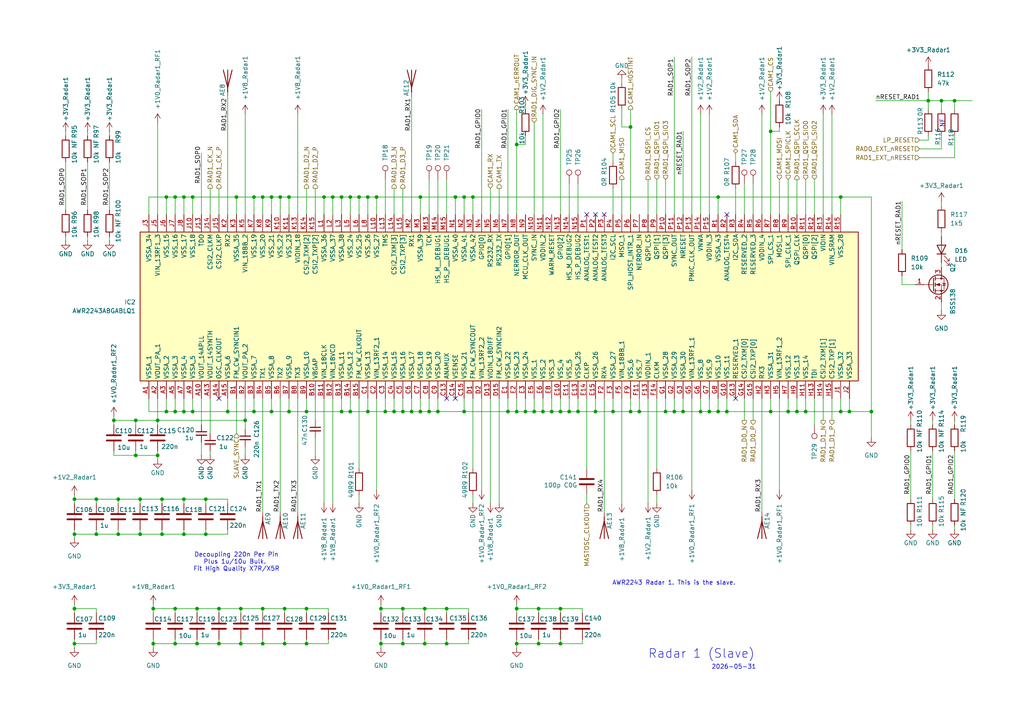
<source format=kicad_sch>
(kicad_sch (version 20231120) (generator "eeschema") (generator_version "8.0")
  (paper "A4")
  (lib_symbols
    (symbol "AWR2243ABGABLQ1:AWR2243ABGABLQ1"
      (property "Reference" "IC" (at 49.53 7.62 0))
      (property "Value" "AWR2243ABGABLQ1" (at 49.53 5.08 0))
      (symbol "AWR2243ABGABLQ1_1_1"
        (pin passive line (at 0 0 0) (length 5.08) (name "VSSA_1") (number "A1"))
        (pin passive line (at 0 -15.24 0) (length 5.08) (name "VOUT_14APLL") (number "A10"))
        (pin passive line (at 0 -17.78 0) (length 5.08) (name "VOUT_14SYNTH") (number "A13"))
        (pin passive line (at 0 -20.32 0) (length 5.08) (name "OSC_CLKOUT") (number "A14"))
        (pin passive line (at 0 -22.86 0) (length 5.08) (name "VSSA_6") (number "A15"))
        (pin passive line (at 0 -2.54 0) (length 5.08) (name "VOUT_PA_1") (number "A2"))
        (pin passive line (at 0 -5.08 0) (length 5.08) (name "VSSA_2") (number "A3"))
        (pin passive line (at 0 -7.62 0) (length 5.08) (name "VSSA_3") (number "A5"))
        (pin passive line (at 0 -10.16 0) (length 5.08) (name "VSSA_4") (number "A7"))
        (pin passive line (at 0 -12.7 0) (length 5.08) (name "VSSA_5") (number "A9"))
        (pin passive line (at 0 -25.4 0) (length 5.08) (name "FM_CW_SYNCIN1") (number "B1"))
        (pin passive line (at 0 -48.26 0) (length 5.08) (name "VBGAP") (number "B10"))
        (pin passive line (at 0 -50.8 0) (length 5.08) (name "VIN_18CLK") (number "B11"))
        (pin passive line (at 0 -53.34 0) (length 5.08) (name "VIN_18VCO") (number "B12"))
        (pin passive line (at 0 -55.88 0) (length 5.08) (name "VSSA_11") (number "B13"))
        (pin passive line (at 0 -58.42 0) (length 5.08) (name "VSSA_12") (number "B14"))
        (pin passive line (at 0 -60.96 0) (length 5.08) (name "FM_CW_CLKOUT") (number "B15"))
        (pin passive line (at 0 -27.94 0) (length 5.08) (name "VOUT_PA_2") (number "B2"))
        (pin passive line (at 0 -30.48 0) (length 5.08) (name "VSSA_7") (number "B3"))
        (pin passive line (at 0 -33.02 0) (length 5.08) (name "TX1") (number "B4"))
        (pin passive line (at 0 -35.56 0) (length 5.08) (name "VSSA_8") (number "B5"))
        (pin passive line (at 0 -38.1 0) (length 5.08) (name "TX2") (number "B6"))
        (pin passive line (at 0 -40.64 0) (length 5.08) (name "VSSA_9") (number "B7"))
        (pin passive line (at 0 -43.18 0) (length 5.08) (name "TX3") (number "B8"))
        (pin passive line (at 0 -45.72 0) (length 5.08) (name "VSSA_10") (number "B9"))
        (pin passive line (at 0 -63.5 0) (length 5.08) (name "VSSA_13") (number "C1"))
        (pin passive line (at 0 -86.36 0) (length 5.08) (name "ANAMUX") (number "C13"))
        (pin passive line (at 0 -88.9 0) (length 5.08) (name "VSENSE") (number "C14"))
        (pin passive line (at 0 -91.44 0) (length 5.08) (name "VSSA_21") (number "C15"))
        (pin passive line (at 0 -66.04 0) (length 5.08) (name "VIN_13RF2_1") (number "C2"))
        (pin passive line (at 0 -68.58 0) (length 5.08) (name "VSSA_14") (number "C3"))
        (pin passive line (at 0 -71.12 0) (length 5.08) (name "VSSA_15") (number "C4"))
        (pin passive line (at 0 -73.66 0) (length 5.08) (name "VSSA_16") (number "C5"))
        (pin passive line (at 0 -76.2 0) (length 5.08) (name "VSSA_17") (number "C6"))
        (pin passive line (at 0 -78.74 0) (length 5.08) (name "VSSA_18") (number "C7"))
        (pin passive line (at 0 -81.28 0) (length 5.08) (name "VSSA_19") (number "C8"))
        (pin passive line (at 0 -83.82 0) (length 5.08) (name "VSSA_20") (number "C9"))
        (pin passive line (at 0 -93.98 0) (length 5.08) (name "FM_CW_SYNCOUT") (number "D1"))
        (pin passive line (at 0 -99.06 0) (length 5.08) (name "VIOIN_18DIFF") (number "D13"))
        (pin passive line (at 0 -101.6 0) (length 5.08) (name "FM_CW_SYNCIN2") (number "D15"))
        (pin passive line (at 0 -96.52 0) (length 5.08) (name "VIN_13RF2_2") (number "D2"))
        (pin passive line (at 0 -104.14 0) (length 5.08) (name "VSSA_22") (number "E1"))
        (pin passive line (at 0 -119.38 0) (length 5.08) (name "VSS_4") (number "E10"))
        (pin passive line (at 0 -121.92 0) (length 5.08) (name "VSS_5") (number "E11"))
        (pin passive line (at 0 -124.46 0) (length 5.08) (name "VSSA_25") (number "E13"))
        (pin passive line (at 0 -127 0) (length 5.08) (name "CLKP") (number "E14"))
        (pin passive line (at 0 -129.54 0) (length 5.08) (name "VSSA_26") (number "E15"))
        (pin passive line (at 0 -106.68 0) (length 5.08) (name "VSSA_23") (number "E2"))
        (pin passive line (at 0 -109.22 0) (length 5.08) (name "VSSA_24") (number "E3"))
        (pin passive line (at 0 -111.76 0) (length 5.08) (name "VSS_1") (number "E5"))
        (pin passive line (at 0 -114.3 0) (length 5.08) (name "VSS_2") (number "E6"))
        (pin passive line (at 0 -116.84 0) (length 5.08) (name "VSS_3") (number "E8"))
        (pin passive line (at 0 -142.24 0) (length 5.08) (name "VSS_7") (number "F11"))
        (pin passive line (at 0 -144.78 0) (length 5.08) (name "VDDIN_1") (number "F13"))
        (pin passive line (at 0 -147.32 0) (length 5.08) (name "CLKM") (number "F14"))
        (pin passive line (at 0 -132.08 0) (length 5.08) (name "RX4") (number "F2"))
        (pin passive line (at 0 -134.62 0) (length 5.08) (name "VSSA_27") (number "F3"))
        (pin passive line (at 0 -137.16 0) (length 5.08) (name "VIN_18BB_1") (number "F5"))
        (pin passive line (at 0 -139.7 0) (length 5.08) (name "VSS_6") (number "F9"))
        (pin passive line (at 0 -149.86 0) (length 5.08) (name "VSSA_28") (number "G1"))
        (pin passive line (at 0 -167.64 0) (length 5.08) (name "VSS_11") (number "G10"))
        (pin passive line (at 0 -170.18 0) (length 5.08) (name "RESERVED_1") (number "G13"))
        (pin passive line (at 0 -172.72 0) (length 5.08) (name "CSI2_TXM[0]") (number "G14"))
        (pin passive line (at 0 -175.26 0) (length 5.08) (name "CSI2_TXP[0]") (number "G15"))
        (pin passive line (at 0 -152.4 0) (length 5.08) (name "VSSA_29") (number "G2"))
        (pin passive line (at 0 -154.94 0) (length 5.08) (name "VSSA_30") (number "G3"))
        (pin passive line (at 0 -157.48 0) (length 5.08) (name "VIN_13RF1_1") (number "G5"))
        (pin passive line (at 0 -160.02 0) (length 5.08) (name "VSS_8") (number "G6"))
        (pin passive line (at 0 -162.56 0) (length 5.08) (name "VSS_9") (number "G7"))
        (pin passive line (at 0 -165.1 0) (length 5.08) (name "VSS_10") (number "G8"))
        (pin passive line (at 0 -190.5 0) (length 5.08) (name "VSS_14") (number "H11"))
        (pin passive line (at 0 -193.04 0) (length 5.08) (name "TDI") (number "H13"))
        (pin passive line (at 0 -195.58 0) (length 5.08) (name "CSI2_TXM[1]") (number "H14"))
        (pin passive line (at 0 -198.12 0) (length 5.08) (name "CSI2_TXP[1]") (number "H15"))
        (pin passive line (at 0 -177.8 0) (length 5.08) (name "RX3") (number "H2"))
        (pin passive line (at 0 -180.34 0) (length 5.08) (name "VSSA_31") (number "H3"))
        (pin passive line (at 0 -182.88 0) (length 5.08) (name "VIN_13RF1_2") (number "H5"))
        (pin passive line (at 0 -185.42 0) (length 5.08) (name "VSS_12") (number "H7"))
        (pin passive line (at 0 -187.96 0) (length 5.08) (name "VSS_13") (number "H9"))
        (pin passive line (at 0 -200.66 0) (length 5.08) (name "VSSA_32") (number "J1"))
        (pin passive line (at 53.34 -12.7 180) (length 5.08) (name "VSS_18") (number "J10"))
        (pin passive line (at 53.34 -15.24 180) (length 5.08) (name "TDO") (number "J13"))
        (pin passive line (at 53.34 -17.78 180) (length 5.08) (name "CSI2_CLKM") (number "J14"))
        (pin passive line (at 53.34 -20.32 180) (length 5.08) (name "CSI2_CLKP") (number "J15"))
        (pin passive line (at 0 -203.2 0) (length 5.08) (name "VSSA_33") (number "J2"))
        (pin passive line (at 53.34 0 180) (length 5.08) (name "VSSA_34") (number "J3"))
        (pin passive line (at 53.34 -2.54 180) (length 5.08) (name "VIN_13RF1_3") (number "J5"))
        (pin passive line (at 53.34 -5.08 180) (length 5.08) (name "VSS_15") (number "J6"))
        (pin passive line (at 53.34 -7.62 180) (length 5.08) (name "VSS_16") (number "J7"))
        (pin passive line (at 53.34 -10.16 180) (length 5.08) (name "VSS_17") (number "J8"))
        (pin passive line (at 53.34 -38.1 180) (length 5.08) (name "VSS_22") (number "K10"))
        (pin passive line (at 53.34 -40.64 180) (length 5.08) (name "VSS_23") (number "K11"))
        (pin passive line (at 53.34 -43.18 180) (length 5.08) (name "VIOIN_18") (number "K13"))
        (pin passive line (at 53.34 -45.72 180) (length 5.08) (name "CSI2_TXM[2]") (number "K14"))
        (pin passive line (at 53.34 -48.26 180) (length 5.08) (name "CSI2_TXP[2]") (number "K15"))
        (pin passive line (at 53.34 -22.86 180) (length 5.08) (name "RX2") (number "K2"))
        (pin passive line (at 53.34 -25.4 180) (length 5.08) (name "VSSA_35") (number "K3"))
        (pin passive line (at 53.34 -27.94 180) (length 5.08) (name "VIN_18BB_2") (number "K5"))
        (pin passive line (at 53.34 -30.48 180) (length 5.08) (name "VSS_19") (number "K7"))
        (pin passive line (at 53.34 -33.02 180) (length 5.08) (name "VSS_20") (number "K8"))
        (pin passive line (at 53.34 -35.56 180) (length 5.08) (name "VSS_21") (number "K9"))
        (pin passive line (at 53.34 -50.8 180) (length 5.08) (name "VSSA_36") (number "L1"))
        (pin passive line (at 53.34 -66.04 180) (length 5.08) (name "VSS_27") (number "L10"))
        (pin passive line (at 53.34 -68.58 180) (length 5.08) (name "TMS") (number "L13"))
        (pin passive line (at 53.34 -71.12 180) (length 5.08) (name "CSI2_TXM[3]") (number "L14"))
        (pin passive line (at 53.34 -73.66 180) (length 5.08) (name "CSI2_TXP[3]") (number "L15"))
        (pin passive line (at 53.34 -53.34 180) (length 5.08) (name "VSSA_37") (number "L2"))
        (pin passive line (at 53.34 -55.88 180) (length 5.08) (name "VSSA_38") (number "L3"))
        (pin passive line (at 53.34 -58.42 180) (length 5.08) (name "VSS_24") (number "L5"))
        (pin passive line (at 53.34 -60.96 180) (length 5.08) (name "VSS_25") (number "L6"))
        (pin passive line (at 53.34 -63.5 180) (length 5.08) (name "VSS_26") (number "L8"))
        (pin passive line (at 53.34 -81.28 180) (length 5.08) (name "TCK") (number "M13"))
        (pin passive line (at 53.34 -83.82 180) (length 5.08) (name "HS_M__DEBUG1") (number "M14"))
        (pin passive line (at 53.34 -86.36 180) (length 5.08) (name "HS_P__DEBUG1") (number "M15"))
        (pin passive line (at 53.34 -76.2 180) (length 5.08) (name "RX1") (number "M2"))
        (pin passive line (at 53.34 -78.74 180) (length 5.08) (name "VSSA_39") (number "M3"))
        (pin passive line (at 53.34 -88.9 180) (length 5.08) (name "VSSA_40") (number "N1"))
        (pin passive line (at 53.34 -111.76 180) (length 5.08) (name "SYNC_IN") (number "N10"))
        (pin passive line (at 53.34 -114.3 180) (length 5.08) (name "VDDIN_2") (number "N11"))
        (pin passive line (at 53.34 -116.84 180) (length 5.08) (name "WARM_RESET") (number "N12"))
        (pin passive line (at 53.34 -119.38 180) (length 5.08) (name "GPIO[2]") (number "N13"))
        (pin passive line (at 53.34 -121.92 180) (length 5.08) (name "HS_M_DEBUG2") (number "N14"))
        (pin passive line (at 53.34 -124.46 180) (length 5.08) (name "HS_P_DEBUG2") (number "N15"))
        (pin passive line (at 53.34 -91.44 180) (length 5.08) (name "VSSA_41") (number "N2"))
        (pin passive line (at 53.34 -93.98 180) (length 5.08) (name "VSSA_42") (number "N3"))
        (pin passive line (at 53.34 -96.52 180) (length 5.08) (name "GPIO[0]") (number "N4"))
        (pin passive line (at 53.34 -99.06 180) (length 5.08) (name "RS232_RX") (number "N5"))
        (pin passive line (at 53.34 -101.6 180) (length 5.08) (name "RS232_TX") (number "N6"))
        (pin passive line (at 53.34 -104.14 180) (length 5.08) (name "GPIO[1]") (number "N7"))
        (pin passive line (at 53.34 -106.68 180) (length 5.08) (name "NERROR_OUT") (number "N8"))
        (pin passive line (at 53.34 -109.22 180) (length 5.08) (name "MCU_CLK_OUT") (number "N9"))
        (pin passive line (at 53.34 -127 180) (length 5.08) (name "ANALOG_TEST1") (number "P1"))
        (pin passive line (at 53.34 -149.86 180) (length 5.08) (name "QSPI[3]") (number "P10"))
        (pin passive line (at 53.34 -152.4 180) (length 5.08) (name "SYNC_OUT") (number "P11"))
        (pin passive line (at 53.34 -154.94 180) (length 5.08) (name "NRESET") (number "P12"))
        (pin passive line (at 53.34 -157.48 180) (length 5.08) (name "PMIC_CLK_OUT") (number "P13"))
        (pin passive line (at 53.34 -160.02 180) (length 5.08) (name "VNWA") (number "P14"))
        (pin passive line (at 53.34 -162.56 180) (length 5.08) (name "VDDIN_3") (number "P15"))
        (pin passive line (at 53.34 -129.54 180) (length 5.08) (name "ANALOG_TEST2") (number "P2"))
        (pin passive line (at 53.34 -132.08 180) (length 5.08) (name "ANALOG_TEST3") (number "P3"))
        (pin passive line (at 53.34 -134.62 180) (length 5.08) (name "I2C_SCL") (number "P4"))
        (pin passive line (at 53.34 -137.16 180) (length 5.08) (name "MISO_1") (number "P5"))
        (pin passive line (at 53.34 -139.7 180) (length 5.08) (name "SPI_HOST_INTR_1") (number "P6"))
        (pin passive line (at 53.34 -142.24 180) (length 5.08) (name "NERROR_IN") (number "P7"))
        (pin passive line (at 53.34 -144.78 180) (length 5.08) (name "QSPI_CS") (number "P8"))
        (pin passive line (at 53.34 -147.32 180) (length 5.08) (name "QSPI[1]") (number "P9"))
        (pin passive line (at 53.34 -165.1 180) (length 5.08) (name "VSSA_43") (number "R1"))
        (pin passive line (at 53.34 -187.96 180) (length 5.08) (name "QSPI_CLK") (number "R10"))
        (pin passive line (at 53.34 -190.5 180) (length 5.08) (name "QSPI[0]") (number "R11"))
        (pin passive line (at 53.34 -193.04 180) (length 5.08) (name "QSPI[2]") (number "R12"))
        (pin passive line (at 53.34 -195.58 180) (length 5.08) (name "VIOIN") (number "R13"))
        (pin passive line (at 53.34 -198.12 180) (length 5.08) (name "VIN_SRAM") (number "R14"))
        (pin passive line (at 53.34 -200.66 180) (length 5.08) (name "VSS_28") (number "R15"))
        (pin passive line (at 53.34 -167.64 180) (length 5.08) (name "ANALOG_TEST4") (number "R2"))
        (pin passive line (at 53.34 -170.18 180) (length 5.08) (name "I2C_SDA") (number "R3"))
        (pin passive line (at 53.34 -172.72 180) (length 5.08) (name "RESERVED_2") (number "R4"))
        (pin passive line (at 53.34 -175.26 180) (length 5.08) (name "RESERVED_3") (number "R5"))
        (pin passive line (at 53.34 -177.8 180) (length 5.08) (name "VDDIN_4") (number "R6"))
        (pin passive line (at 53.34 -180.34 180) (length 5.08) (name "SPI_CS_1") (number "R7"))
        (pin passive line (at 53.34 -182.88 180) (length 5.08) (name "MOSI_1") (number "R8"))
        (pin passive line (at 53.34 -185.42 180) (length 5.08) (name "SPI_CLK_1") (number "R9"))
      )
    )
    (symbol "C_1" (pin_numbers hide) (pin_names (offset 0.254))
      (property "Reference" "C" (at 0.635 2.54 0))
      (property "Value" "C" (at 0.635 -2.54 0))
      (symbol "C_1_1_1"
        (pin passive line (at 0 3.81 270) (length 2.794) (name "~") (number "1"))
        (pin passive line (at 0 -3.81 90) (length 2.794) (name "~") (number "2"))
      )
    )
    (symbol "C_2" (pin_numbers hide) (pin_names (offset 0.254))
      (property "Reference" "C" (at 0.635 2.54 0))
      (property "Value" "C" (at 0.635 -2.54 0))
      (symbol "C_2_1_1"
        (pin passive line (at 0 3.81 270) (length 2.794) (name "~") (number "1"))
        (pin passive line (at 0 -3.81 90) (length 2.794) (name "~") (number "2"))
      )
    )
    (symbol "C_3" (pin_numbers hide) (pin_names (offset 0.254))
      (property "Reference" "C" (at 0.635 2.54 0))
      (property "Value" "C" (at 0.635 -2.54 0))
      (symbol "C_3_1_1"
        (pin passive line (at 0 3.81 270) (length 2.794) (name "~") (number "1"))
        (pin passive line (at 0 -3.81 90) (length 2.794) (name "~") (number "2"))
      )
    )
    (symbol "C_4" (pin_numbers hide) (pin_names (offset 0.254))
      (property "Reference" "C" (at 0.635 2.54 0))
      (property "Value" "C" (at 0.635 -2.54 0))
      (symbol "C_4_1_1"
        (pin passive line (at 0 3.81 270) (length 2.794) (name "~") (number "1"))
        (pin passive line (at 0 -3.81 90) (length 2.794) (name "~") (number "2"))
      )
    )
    (symbol "C_5" (pin_numbers hide) (pin_names (offset 0.254))
      (property "Reference" "C" (at 0.635 2.54 0))
      (property "Value" "C" (at 0.635 -2.54 0))
      (symbol "C_5_1_1"
        (pin passive line (at 0 3.81 270) (length 2.794) (name "~") (number "1"))
        (pin passive line (at 0 -3.81 90) (length 2.794) (name "~") (number "2"))
      )
    )
    (symbol "Connector:TestPoint" (pin_numbers hide) (pin_names (offset 0.762) hide)
      (property "Reference" "TP" (at 0 6.858 0))
      (property "Value" "TestPoint" (at 0 5.08 0))
      (symbol "TestPoint_1_1"
        (pin passive line (at 0 0 90) (length 2.54) (name "1") (number "1"))
      )
    )
    (symbol "Device:Antenna" (pin_numbers hide) (pin_names (offset 1.016) hide)
      (property "Reference" "AE" (at -1.905 1.905 0))
      (property "Value" "Antenna" (at -1.905 0 0))
      (symbol "Antenna_1_1"
        (pin input line (at 0 -5.08 90) (length 2.54) (name "A") (number "1"))
      )
    )
    (symbol "Device:C" (pin_numbers hide) (pin_names (offset 0.254))
      (property "Reference" "C" (at 0.635 2.54 0))
      (property "Value" "C" (at 0.635 -2.54 0))
      (symbol "C_1_1"
        (pin passive line (at 0 3.81 270) (length 2.794) (name "~") (number "1"))
        (pin passive line (at 0 -3.81 90) (length 2.794) (name "~") (number "2"))
      )
    )
    (symbol "Device:C_Small" (pin_numbers hide) (pin_names (offset 0.254) hide)
      (property "Reference" "C" (at 0.254 1.778 0))
      (property "Value" "C_Small" (at 0.254 -2.032 0))
      (symbol "C_Small_1_1"
        (pin passive line (at 0 2.54 270) (length 2.032) (name "~") (number "1"))
        (pin passive line (at 0 -2.54 90) (length 2.032) (name "~") (number "2"))
      )
    )
    (symbol "Device:LED" (pin_numbers hide) (pin_names (offset 1.016) hide)
      (property "Reference" "D" (at 0 2.54 0))
      (property "Value" "LED" (at 0 -2.54 0))
      (symbol "LED_1_1"
        (pin passive line (at -3.81 0 0) (length 2.54) (name "K") (number "1"))
        (pin passive line (at 3.81 0 180) (length 2.54) (name "A") (number "2"))
      )
    )
    (symbol "Device:R" (pin_numbers hide) (pin_names (offset 0))
      (property "Reference" "R" (at 2.032 0 90))
      (property "Value" "R" (at 0 0 90))
      (symbol "R_1_1"
        (pin passive line (at 0 3.81 270) (length 1.27) (name "~") (number "1"))
        (pin passive line (at 0 -3.81 90) (length 1.27) (name "~") (number "2"))
      )
    )
    (symbol "Transistor_FET:BSS138" (pin_names hide)
      (property "Reference" "Q" (at 5.08 1.905 0))
      (property "Value" "BSS138" (at 5.08 0 0))
      (symbol "BSS138_1_1"
        (pin input line (at -5.08 0 0) (length 2.54) (name "G") (number "1"))
        (pin passive line (at 2.54 -5.08 90) (length 2.54) (name "S") (number "2"))
        (pin passive line (at 2.54 5.08 270) (length 2.54) (name "D") (number "3"))
      )
    )
    (symbol "power:+5V" (power) (pin_numbers hide) (pin_names (offset 0) hide)
      (property "Value" "+5V" (at 0 3.556 0))
      (symbol "+5V_1_1"
        (pin power_in line (at 0 0 90) (length 0) (name "~") (number "1"))
      )
    )
    (symbol "power:GND" (power) (pin_numbers hide) (pin_names (offset 0) hide)
      (property "Value" "GND" (at 0 -3.81 0))
      (symbol "GND_1_1"
        (pin power_in line (at 0 0 270) (length 0) (name "~") (number "1"))
      )
    )
  )
  (junction (at 48.26 57.15))
  (junction (at 39.37 132.08))
  (junction (at 123.19 176.53))
  (junction (at 88.9 176.53))
  (junction (at 167.64 119.38))
  (junction (at 34.29 144.78))
  (junction (at 252.73 119.38))
  (junction (at 104.14 57.15))
  (junction (at 273.05 29.21))
  (junction (at 210.82 119.38))
  (junction (at 53.34 144.78))
  (junction (at 149.86 119.38))
  (junction (at 124.46 119.38))
  (junction (at 233.68 119.38))
  (junction (at 116.84 119.38))
  (junction (at 172.72 119.38))
  (junction (at 96.52 57.15))
  (junction (at 39.37 121.92))
  (junction (at 223.52 119.38))
  (junction (at 46.99 154.94))
  (junction (at 83.82 119.38))
  (junction (at 82.55 186.69))
  (junction (at 44.45 186.69))
  (junction (at 243.84 119.38))
  (junction (at 21.59 144.78))
  (junction (at 66.04 119.38))
  (junction (at 53.34 154.94))
  (junction (at 110.49 176.53))
  (junction (at 162.56 186.69))
  (junction (at 83.82 57.15))
  (junction (at 21.59 154.94))
  (junction (at 82.55 176.53))
  (junction (at 157.48 119.38))
  (junction (at 81.28 57.15))
  (junction (at 73.66 119.38))
  (junction (at 76.2 176.53))
  (junction (at 78.74 57.15))
  (junction (at 44.45 176.53))
  (junction (at 99.06 119.38))
  (junction (at 147.32 119.38))
  (junction (at 33.02 121.92))
  (junction (at 50.8 119.38))
  (junction (at 101.6 119.38))
  (junction (at 110.49 186.69))
  (junction (at 116.84 176.53))
  (junction (at 45.72 121.92))
  (junction (at 127 119.38))
  (junction (at 78.74 119.38))
  (junction (at 121.92 57.15))
  (junction (at 182.88 119.38))
  (junction (at 134.62 119.38))
  (junction (at 57.15 176.53))
  (junction (at 40.64 144.78))
  (junction (at 198.12 119.38))
  (junction (at 185.42 119.38))
  (junction (at 149.86 41.91))
  (junction (at 132.08 57.15))
  (junction (at 46.99 144.78))
  (junction (at 276.86 29.21))
  (junction (at 116.84 186.69))
  (junction (at 111.76 119.38))
  (junction (at 48.26 119.38))
  (junction (at 149.86 176.53))
  (junction (at 101.6 57.15))
  (junction (at 34.29 154.94))
  (junction (at 50.8 57.15))
  (junction (at 40.64 154.94))
  (junction (at 106.68 57.15))
  (junction (at 231.14 119.38))
  (junction (at 162.56 119.38))
  (junction (at 129.54 176.53))
  (junction (at 71.12 121.92))
  (junction (at 156.21 176.53))
  (junction (at 208.28 119.38))
  (junction (at 53.34 57.15))
  (junction (at 99.06 57.15))
  (junction (at 109.22 57.15))
  (junction (at 21.59 176.53))
  (junction (at 182.88 36.83))
  (junction (at 129.54 186.69))
  (junction (at 193.04 119.38))
  (junction (at 228.6 119.38))
  (junction (at 269.24 29.21))
  (junction (at 76.2 186.69))
  (junction (at 88.9 186.69))
  (junction (at 119.38 119.38))
  (junction (at 63.5 176.53))
  (junction (at 68.58 57.15))
  (junction (at 93.98 57.15))
  (junction (at 59.69 154.94))
  (junction (at 208.28 57.15))
  (junction (at 106.68 119.38))
  (junction (at 246.38 119.38))
  (junction (at 21.59 186.69))
  (junction (at 205.74 119.38))
  (junction (at 137.16 57.15))
  (junction (at 45.72 132.08))
  (junction (at 55.88 119.38))
  (junction (at 53.34 119.38))
  (junction (at 73.66 57.15))
  (junction (at 149.86 186.69))
  (junction (at 114.3 119.38))
  (junction (at 203.2 119.38))
  (junction (at 152.4 119.38))
  (junction (at 160.02 119.38))
  (junction (at 50.8 176.53))
  (junction (at 123.19 186.69))
  (junction (at 50.8 186.69))
  (junction (at 63.5 186.69))
  (junction (at 162.56 176.53))
  (junction (at 121.92 119.38))
  (junction (at 59.69 144.78))
  (junction (at 177.8 119.38))
  (junction (at 243.84 57.15))
  (junction (at 156.21 186.69))
  (junction (at 223.52 38.1))
  (junction (at 55.88 57.15))
  (junction (at 195.58 119.38))
  (junction (at 57.15 186.69))
  (junction (at 27.94 154.94))
  (junction (at 88.9 119.38))
  (junction (at 27.94 144.78))
  (junction (at 134.62 57.15))
  (junction (at 165.1 119.38))
  (junction (at 69.85 176.53))
  (junction (at 154.94 119.38))
  (junction (at 69.85 186.69))
  (junction (at 76.2 57.15))
  (no_connect (at 63.5 115.57))
  (no_connect (at 170.18 62.23))
  (no_connect (at 129.54 115.57))
  (no_connect (at 132.08 115.57))
  (no_connect (at 210.82 62.23))
  (no_connect (at 175.26 62.23))
  (no_connect (at 172.72 62.23))
  (no_connect (at 213.36 115.57))
  (wire (pts (xy 228.6 119.38) (xy 231.14 119.38)))
  (wire (pts (xy 69.85 176.53) (xy 76.2 176.53)))
  (wire (pts (xy 238.76 33.02) (xy 238.76 62.23)))
  (wire (pts (xy 21.59 176.53) (xy 21.59 177.8)))
  (wire (pts (xy 57.15 176.53) (xy 63.5 176.53)))
  (wire (pts (xy 132.08 57.15) (xy 132.08 62.23)))
  (wire (pts (xy 99.06 115.57) (xy 99.06 119.38)))
  (wire (pts (xy 71.12 121.92) (xy 71.12 124.46)))
  (wire (pts (xy 99.06 57.15) (xy 101.6 57.15)))
  (wire (pts (xy 21.59 154.94) (xy 21.59 156.21)))
  (wire (pts (xy 167.64 119.38) (xy 172.72 119.38)))
  (wire (pts (xy 223.52 115.57) (xy 223.52 119.38)))
  (wire (pts (xy 71.12 115.57) (xy 71.12 121.92)))
  (wire (pts (xy 68.58 62.23) (xy 68.58 57.15)))
  (wire (pts (xy 177.8 44.45) (xy 177.8 46.99)))
  (wire (pts (xy 69.85 176.53) (xy 69.85 177.8)))
  (wire (pts (xy 109.22 142.24) (xy 109.22 115.57)))
  (wire (pts (xy 270.51 121.92) (xy 270.51 123.19)))
  (wire (pts (xy 69.85 185.42) (xy 69.85 186.69)))
  (wire (pts (xy 96.52 146.05) (xy 96.52 115.57)))
  (wire (pts (xy 147.32 31.75) (xy 147.32 62.23)))
  (wire (pts (xy 208.28 115.57) (xy 208.28 119.38)))
  (wire (pts (xy 58.42 115.57) (xy 58.42 123.19)))
  (wire (pts (xy 43.18 62.23) (xy 43.18 57.15)))
  (wire (pts (xy 218.44 53.34) (xy 218.44 62.23)))
  (wire (pts (xy 162.56 186.69) (xy 168.91 186.69)))
  (wire (pts (xy 83.82 57.15) (xy 93.98 57.15)))
  (wire (pts (xy 156.21 176.53) (xy 162.56 176.53)))
  (wire (pts (xy 43.18 119.38) (xy 48.26 119.38)))
  (wire (pts (xy 270.51 130.81) (xy 270.51 144.78)))
  (wire (pts (xy 44.45 175.26) (xy 44.45 176.53)))
  (wire (pts (xy 269.24 29.21) (xy 273.05 29.21)))
  (wire (pts (xy 66.04 27.94) (xy 66.04 62.23)))
  (wire (pts (xy 110.49 175.26) (xy 110.49 176.53)))
  (wire (pts (xy 154.94 119.38) (xy 157.48 119.38)))
  (wire (pts (xy 231.14 52.07) (xy 231.14 62.23)))
  (wire (pts (xy 149.86 186.69) (xy 156.21 186.69)))
  (wire (pts (xy 27.94 144.78) (xy 21.59 144.78)))
  (wire (pts (xy 243.84 119.38) (xy 246.38 119.38)))
  (wire (pts (xy 106.68 119.38) (xy 111.76 119.38)))
  (wire (pts (xy 208.28 57.15) (xy 208.28 62.23)))
  (wire (pts (xy 60.96 54.61) (xy 60.96 62.23)))
  (wire (pts (xy 27.94 154.94) (xy 34.29 154.94)))
  (wire (pts (xy 19.05 38.1) (xy 19.05 39.37)))
  (wire (pts (xy 93.98 57.15) (xy 96.52 57.15)))
  (wire (pts (xy 147.32 119.38) (xy 149.86 119.38)))
  (wire (pts (xy 86.36 33.02) (xy 86.36 62.23)))
  (wire (pts (xy 182.88 36.83) (xy 182.88 62.23)))
  (wire (pts (xy 165.1 115.57) (xy 165.1 119.38)))
  (wire (pts (xy 116.84 176.53) (xy 123.19 176.53)))
  (wire (pts (xy 210.82 119.38) (xy 223.52 119.38)))
  (wire (pts (xy 39.37 121.92) (xy 39.37 123.19)))
  (wire (pts (xy 121.92 115.57) (xy 121.92 119.38)))
  (wire (pts (xy 110.49 185.42) (xy 110.49 186.69)))
  (wire (pts (xy 170.18 115.57) (xy 170.18 135.89)))
  (wire (pts (xy 78.74 57.15) (xy 81.28 57.15)))
  (wire (pts (xy 190.5 143.51) (xy 190.5 146.05)))
  (wire (pts (xy 21.59 186.69) (xy 27.94 186.69)))
  (wire (pts (xy 162.56 185.42) (xy 162.56 186.69)))
  (wire (pts (xy 243.84 57.15) (xy 243.84 62.23)))
  (wire (pts (xy 21.59 185.42) (xy 21.59 186.69)))
  (wire (pts (xy 208.28 119.38) (xy 210.82 119.38)))
  (wire (pts (xy 44.45 176.53) (xy 50.8 176.53)))
  (wire (pts (xy 123.19 176.53) (xy 123.19 177.8)))
  (wire (pts (xy 33.02 130.81) (xy 33.02 132.08)))
  (wire (pts (xy 182.88 31.75) (xy 182.88 36.83)))
  (wire (pts (xy 213.36 54.61) (xy 213.36 62.23)))
  (wire (pts (xy 203.2 115.57) (xy 203.2 119.38)))
  (wire (pts (xy 198.12 38.1) (xy 198.12 62.23)))
  (wire (pts (xy 142.24 146.05) (xy 142.24 115.57)))
  (wire (pts (xy 114.3 54.61) (xy 114.3 62.23)))
  (wire (pts (xy 96.52 57.15) (xy 99.06 57.15)))
  (wire (pts (xy 200.66 142.24) (xy 200.66 115.57)))
  (wire (pts (xy 78.74 115.57) (xy 78.74 119.38)))
  (wire (pts (xy 170.18 143.51) (xy 170.18 146.05)))
  (wire (pts (xy 86.36 115.57) (xy 86.36 148.59)))
  (wire (pts (xy 152.4 41.91) (xy 149.86 41.91)))
  (wire (pts (xy 101.6 57.15) (xy 101.6 62.23)))
  (wire (pts (xy 187.96 52.07) (xy 187.96 62.23)))
  (wire (pts (xy 124.46 52.07) (xy 124.46 62.23)))
  (wire (pts (xy 252.73 119.38) (xy 252.73 127)))
  (wire (pts (xy 109.22 57.15) (xy 121.92 57.15)))
  (wire (pts (xy 25.4 46.99) (xy 25.4 60.96)))
  (wire (pts (xy 123.19 176.53) (xy 129.54 176.53)))
  (wire (pts (xy 110.49 176.53) (xy 110.49 177.8)))
  (wire (pts (xy 48.26 57.15) (xy 48.26 62.23)))
  (wire (pts (xy 39.37 132.08) (xy 39.37 130.81)))
  (wire (pts (xy 198.12 115.57) (xy 198.12 119.38)))
  (wire (pts (xy 83.82 115.57) (xy 83.82 119.38)))
  (wire (pts (xy 104.14 135.89) (xy 104.14 115.57)))
  (wire (pts (xy 66.04 154.94) (xy 59.69 154.94)))
  (wire (pts (xy 142.24 54.61) (xy 142.24 62.23)))
  (wire (pts (xy 45.72 121.92) (xy 71.12 121.92)))
  (wire (pts (xy 261.62 82.55) (xy 265.43 82.55)))
  (wire (pts (xy 236.22 123.19) (xy 236.22 115.57)))
  (wire (pts (xy 203.2 33.02) (xy 203.2 62.23)))
  (wire (pts (xy 53.34 57.15) (xy 50.8 57.15)))
  (wire (pts (xy 223.52 26.67) (xy 223.52 38.1)))
  (wire (pts (xy 69.85 186.69) (xy 63.5 186.69)))
  (wire (pts (xy 73.66 57.15) (xy 76.2 57.15)))
  (wire (pts (xy 149.86 175.26) (xy 149.86 176.53)))
  (wire (pts (xy 270.51 152.4) (xy 270.51 153.67)))
  (wire (pts (xy 57.15 185.42) (xy 57.15 186.69)))
  (wire (pts (xy 264.16 121.92) (xy 264.16 123.19)))
  (wire (pts (xy 114.3 119.38) (xy 116.84 119.38)))
  (wire (pts (xy 88.9 176.53) (xy 88.9 177.8)))
  (wire (pts (xy 276.86 29.21) (xy 281.94 29.21)))
  (wire (pts (xy 101.6 119.38) (xy 106.68 119.38)))
  (wire (pts (xy 73.66 57.15) (xy 73.66 62.23)))
  (wire (pts (xy 180.34 24.13) (xy 180.34 22.86)))
  (wire (pts (xy 165.1 53.34) (xy 165.1 62.23)))
  (wire (pts (xy 46.99 144.78) (xy 46.99 146.05)))
  (wire (pts (xy 233.68 119.38) (xy 243.84 119.38)))
  (wire (pts (xy 25.4 68.58) (xy 25.4 69.85)))
  (wire (pts (xy 243.84 57.15) (xy 252.73 57.15)))
  (wire (pts (xy 137.16 135.89) (xy 137.16 115.57)))
  (wire (pts (xy 157.48 62.23) (xy 157.48 33.02)))
  (wire (pts (xy 273.05 67.31) (xy 273.05 68.58)))
  (wire (pts (xy 110.49 186.69) (xy 110.49 187.96)))
  (wire (pts (xy 59.69 153.67) (xy 59.69 154.94)))
  (wire (pts (xy 104.14 57.15) (xy 104.14 62.23)))
  (wire (pts (xy 60.96 130.81) (xy 60.96 132.08)))
  (wire (pts (xy 273.05 76.2) (xy 273.05 77.47)))
  (wire (pts (xy 210.82 115.57) (xy 210.82 119.38)))
  (wire (pts (xy 195.58 16.51) (xy 195.58 62.23)))
  (wire (pts (xy 93.98 57.15) (xy 93.98 62.23)))
  (wire (pts (xy 134.62 115.57) (xy 134.62 119.38)))
  (wire (pts (xy 21.59 144.78) (xy 21.59 146.05)))
  (wire (pts (xy 76.2 62.23) (xy 76.2 57.15)))
  (wire (pts (xy 241.3 33.02) (xy 241.3 62.23)))
  (wire (pts (xy 88.9 54.61) (xy 88.9 62.23)))
  (wire (pts (xy 31.75 46.99) (xy 31.75 60.96)))
  (wire (pts (xy 160.02 115.57) (xy 160.02 119.38)))
  (wire (pts (xy 121.92 119.38) (xy 124.46 119.38)))
  (wire (pts (xy 152.4 115.57) (xy 152.4 119.38)))
  (wire (pts (xy 66.04 119.38) (xy 73.66 119.38)))
  (wire (pts (xy 27.94 153.67) (xy 27.94 154.94)))
  (wire (pts (xy 46.99 154.94) (xy 40.64 154.94)))
  (wire (pts (xy 44.45 176.53) (xy 44.45 177.8)))
  (wire (pts (xy 45.72 115.57) (xy 45.72 121.92)))
  (wire (pts (xy 71.12 33.02) (xy 71.12 62.23)))
  (wire (pts (xy 50.8 186.69) (xy 57.15 186.69)))
  (wire (pts (xy 66.04 146.05) (xy 66.04 144.78)))
  (wire (pts (xy 55.88 119.38) (xy 66.04 119.38)))
  (wire (pts (xy 25.4 38.1) (xy 25.4 39.37)))
  (wire (pts (xy 50.8 57.15) (xy 48.26 57.15)))
  (wire (pts (xy 134.62 57.15) (xy 134.62 62.23)))
  (wire (pts (xy 123.19 185.42) (xy 123.19 186.69)))
  (wire (pts (xy 273.05 39.37) (xy 273.05 43.18)))
  (wire (pts (xy 228.6 115.57) (xy 228.6 119.38)))
  (wire (pts (xy 68.58 57.15) (xy 73.66 57.15)))
  (wire (pts (xy 129.54 185.42) (xy 129.54 186.69)))
  (wire (pts (xy 273.05 29.21) (xy 273.05 31.75)))
  (wire (pts (xy 109.22 57.15) (xy 109.22 62.23)))
  (wire (pts (xy 121.92 57.15) (xy 121.92 62.23)))
  (wire (pts (xy 180.34 36.83) (xy 182.88 36.83)))
  (wire (pts (xy 180.34 52.07) (xy 180.34 62.23)))
  (wire (pts (xy 177.8 54.61) (xy 177.8 62.23)))
  (wire (pts (xy 59.69 154.94) (xy 53.34 154.94)))
  (wire (pts (xy 19.05 68.58) (xy 19.05 69.85)))
  (wire (pts (xy 95.25 177.8) (xy 95.25 176.53)))
  (wire (pts (xy 46.99 144.78) (xy 53.34 144.78)))
  (wire (pts (xy 43.18 115.57) (xy 43.18 119.38)))
  (wire (pts (xy 99.06 119.38) (xy 101.6 119.38)))
  (wire (pts (xy 76.2 57.15) (xy 78.74 57.15)))
  (wire (pts (xy 215.9 53.34) (xy 215.9 62.23)))
  (wire (pts (xy 101.6 115.57) (xy 101.6 119.38)))
  (wire (pts (xy 213.36 44.45) (xy 213.36 46.99)))
  (wire (pts (xy 205.74 115.57) (xy 205.74 119.38)))
  (wire (pts (xy 129.54 176.53) (xy 135.89 176.53)))
  (wire (pts (xy 81.28 115.57) (xy 81.28 148.59)))
  (wire (pts (xy 53.34 154.94) (xy 46.99 154.94)))
  (wire (pts (xy 53.34 62.23) (xy 53.34 57.15)))
  (wire (pts (xy 149.86 41.91) (xy 149.86 62.23)))
  (wire (pts (xy 156.21 186.69) (xy 162.56 186.69)))
  (wire (pts (xy 144.78 146.05) (xy 144.78 115.57)))
  (wire (pts (xy 156.21 176.53) (xy 156.21 177.8)))
  (wire (pts (xy 57.15 186.69) (xy 63.5 186.69)))
  (wire (pts (xy 264.16 152.4) (xy 264.16 153.67)))
  (wire (pts (xy 182.88 119.38) (xy 185.42 119.38)))
  (wire (pts (xy 50.8 119.38) (xy 53.34 119.38)))
  (wire (pts (xy 76.2 176.53) (xy 82.55 176.53)))
  (wire (pts (xy 134.62 119.38) (xy 147.32 119.38)))
  (wire (pts (xy 53.34 144.78) (xy 53.34 146.05)))
  (wire (pts (xy 95.25 185.42) (xy 95.25 186.69)))
  (wire (pts (xy 53.34 115.57) (xy 53.34 119.38)))
  (wire (pts (xy 172.72 119.38) (xy 177.8 119.38)))
  (wire (pts (xy 73.66 115.57) (xy 73.66 119.38)))
  (wire (pts (xy 152.4 119.38) (xy 154.94 119.38)))
  (wire (pts (xy 162.56 31.75) (xy 162.56 62.23)))
  (wire (pts (xy 266.7 43.18) (xy 273.05 43.18)))
  (wire (pts (xy 111.76 52.07) (xy 111.76 62.23)))
  (wire (pts (xy 82.55 176.53) (xy 88.9 176.53)))
  (wire (pts (xy 116.84 119.38) (xy 119.38 119.38)))
  (wire (pts (xy 59.69 144.78) (xy 66.04 144.78)))
  (wire (pts (xy 106.68 115.57) (xy 106.68 119.38)))
  (wire (pts (xy 269.24 31.75) (xy 269.24 29.21)))
  (wire (pts (xy 231.14 115.57) (xy 231.14 119.38)))
  (wire (pts (xy 261.62 58.42) (xy 261.62 72.39)))
  (wire (pts (xy 162.56 176.53) (xy 168.91 176.53)))
  (wire (pts (xy 276.86 121.92) (xy 276.86 123.19)))
  (wire (pts (xy 114.3 115.57) (xy 114.3 119.38)))
  (wire (pts (xy 195.58 119.38) (xy 198.12 119.38)))
  (wire (pts (xy 76.2 186.69) (xy 69.85 186.69)))
  (wire (pts (xy 66.04 115.57) (xy 66.04 119.38)))
  (wire (pts (xy 233.68 52.07) (xy 233.68 62.23)))
  (wire (pts (xy 110.49 186.69) (xy 116.84 186.69)))
  (wire (pts (xy 63.5 54.61) (xy 63.5 62.23)))
  (wire (pts (xy 88.9 185.42) (xy 88.9 186.69)))
  (wire (pts (xy 264.16 130.81) (xy 264.16 144.78)))
  (wire (pts (xy 147.32 115.57) (xy 147.32 119.38)))
  (wire (pts (xy 48.26 115.57) (xy 48.26 119.38)))
  (wire (pts (xy 185.42 119.38) (xy 193.04 119.38)))
  (wire (pts (xy 91.44 115.57) (xy 91.44 121.92)))
  (wire (pts (xy 82.55 176.53) (xy 82.55 177.8)))
  (wire (pts (xy 261.62 80.01) (xy 261.62 82.55)))
  (wire (pts (xy 21.59 175.26) (xy 21.59 176.53)))
  (wire (pts (xy 40.64 154.94) (xy 34.29 154.94)))
  (wire (pts (xy 57.15 176.53) (xy 50.8 176.53)))
  (wire (pts (xy 101.6 57.15) (xy 104.14 57.15)))
  (wire (pts (xy 82.55 185.42) (xy 82.55 186.69)))
  (wire (pts (xy 19.05 46.99) (xy 19.05 60.96)))
  (wire (pts (xy 76.2 185.42) (xy 76.2 186.69)))
  (wire (pts (xy 177.8 119.38) (xy 182.88 119.38)))
  (wire (pts (xy 45.72 132.08) (xy 45.72 133.35)))
  (wire (pts (xy 175.26 115.57) (xy 175.26 148.59)))
  (wire (pts (xy 57.15 176.53) (xy 57.15 177.8)))
  (wire (pts (xy 39.37 121.92) (xy 33.02 121.92)))
  (wire (pts (xy 168.91 176.53) (xy 168.91 177.8)))
  (wire (pts (xy 157.48 115.57) (xy 157.48 119.38)))
  (wire (pts (xy 50.8 176.53) (xy 50.8 177.8)))
  (wire (pts (xy 165.1 119.38) (xy 167.64 119.38)))
  (wire (pts (xy 241.3 121.92) (xy 241.3 115.57)))
  (wire (pts (xy 185.42 115.57) (xy 185.42 119.38)))
  (wire (pts (xy 190.5 52.07) (xy 190.5 62.23)))
  (wire (pts (xy 21.59 187.96) (xy 21.59 186.69)))
  (wire (pts (xy 226.06 52.07) (xy 226.06 62.23)))
  (wire (pts (xy 127 119.38) (xy 134.62 119.38)))
  (wire (pts (xy 137.16 146.05) (xy 137.16 143.51)))
  (wire (pts (xy 127 115.57) (xy 127 119.38)))
  (wire (pts (xy 238.76 121.92) (xy 238.76 115.57)))
  (wire (pts (xy 33.02 132.08) (xy 39.37 132.08)))
  (wire (pts (xy 27.94 176.53) (xy 27.94 177.8)))
  (wire (pts (xy 276.86 152.4) (xy 276.86 153.67)))
  (wire (pts (xy 226.06 36.83) (xy 226.06 38.1)))
  (wire (pts (xy 182.88 115.57) (xy 182.88 119.38)))
  (wire (pts (xy 71.12 132.08) (xy 71.12 129.54)))
  (wire (pts (xy 55.88 57.15) (xy 53.34 57.15)))
  (wire (pts (xy 276.86 39.37) (xy 276.86 45.72)))
  (wire (pts (xy 40.64 153.67) (xy 40.64 154.94)))
  (wire (pts (xy 91.44 54.61) (xy 91.44 62.23)))
  (wire (pts (xy 46.99 153.67) (xy 46.99 154.94)))
  (wire (pts (xy 119.38 115.57) (xy 119.38 119.38)))
  (wire (pts (xy 81.28 57.15) (xy 83.82 57.15)))
  (wire (pts (xy 160.02 119.38) (xy 162.56 119.38)))
  (wire (pts (xy 208.28 57.15) (xy 243.84 57.15)))
  (wire (pts (xy 254 29.21) (xy 269.24 29.21)))
  (wire (pts (xy 193.04 119.38) (xy 195.58 119.38)))
  (wire (pts (xy 198.12 119.38) (xy 203.2 119.38)))
  (wire (pts (xy 193.04 115.57) (xy 193.04 119.38)))
  (wire (pts (xy 231.14 119.38) (xy 233.68 119.38)))
  (wire (pts (xy 152.4 39.37) (xy 152.4 41.91)))
  (wire (pts (xy 45.72 121.92) (xy 39.37 121.92)))
  (wire (pts (xy 180.34 146.05) (xy 180.34 115.57)))
  (wire (pts (xy 116.84 176.53) (xy 110.49 176.53)))
  (wire (pts (xy 88.9 176.53) (xy 95.25 176.53)))
  (wire (pts (xy 116.84 176.53) (xy 116.84 177.8)))
  (wire (pts (xy 45.72 121.92) (xy 45.72 123.19)))
  (wire (pts (xy 149.86 115.57) (xy 149.86 119.38)))
  (wire (pts (xy 187.96 115.57) (xy 187.96 146.05)))
  (wire (pts (xy 83.82 119.38) (xy 88.9 119.38)))
  (wire (pts (xy 177.8 115.57) (xy 177.8 119.38)))
  (wire (pts (xy 215.9 115.57) (xy 215.9 121.92)))
  (wire (pts (xy 252.73 57.15) (xy 252.73 119.38)))
  (wire (pts (xy 44.45 186.69) (xy 50.8 186.69)))
  (wire (pts (xy 127 52.07) (xy 127 62.23)))
  (wire (pts (xy 40.64 144.78) (xy 40.64 146.05)))
  (wire (pts (xy 226.06 142.24) (xy 226.06 115.57)))
  (wire (pts (xy 162.56 176.53) (xy 162.56 177.8)))
  (wire (pts (xy 190.5 115.57) (xy 190.5 135.89)))
  (wire (pts (xy 273.05 58.42) (xy 273.05 59.69)))
  (wire (pts (xy 149.86 119.38) (xy 152.4 119.38)))
  (wire (pts (xy 58.42 128.27) (xy 58.42 132.08)))
  (wire (pts (xy 45.72 132.08) (xy 39.37 132.08)))
  (wire (pts (xy 21.59 154.94) (xy 27.94 154.94)))
  (wire (pts (xy 121.92 57.15) (xy 132.08 57.15)))
  (wire (pts (xy 34.29 154.94) (xy 34.29 153.67)))
  (wire (pts (xy 63.5 176.53) (xy 63.5 177.8)))
  (wire (pts (xy 106.68 57.15) (xy 106.68 62.23)))
  (wire (pts (xy 93.98 146.05) (xy 93.98 115.57)))
  (wire (pts (xy 50.8 115.57) (xy 50.8 119.38)))
  (wire (pts (xy 243.84 115.57) (xy 243.84 119.38)))
  (wire (pts (xy 129.54 186.69) (xy 135.89 186.69)))
  (wire (pts (xy 154.94 115.57) (xy 154.94 119.38)))
  (wire (pts (xy 172.72 115.57) (xy 172.72 119.38)))
  (wire (pts (xy 95.25 186.69) (xy 88.9 186.69)))
  (wire (pts (xy 60.96 115.57) (xy 60.96 125.73)))
  (wire (pts (xy 78.74 119.38) (xy 83.82 119.38)))
  (wire (pts (xy 144.78 54.61) (xy 144.78 62.23)))
  (wire (pts (xy 88.9 119.38) (xy 99.06 119.38)))
  (wire (pts (xy 273.05 87.63) (xy 273.05 90.17)))
  (wire (pts (xy 83.82 57.15) (xy 83.82 62.23)))
  (wire (pts (xy 200.66 16.51) (xy 200.66 62.23)))
  (wire (pts (xy 139.7 31.75) (xy 139.7 62.23)))
  (wire (pts (xy 21.59 153.67) (xy 21.59 154.94)))
  (wire (pts (xy 132.08 57.15) (xy 134.62 57.15)))
  (wire (pts (xy 63.5 176.53) (xy 69.85 176.53)))
  (wire (pts (xy 156.21 185.42) (xy 156.21 186.69)))
  (wire (pts (xy 40.64 144.78) (xy 46.99 144.78)))
  (wire (pts (xy 276.86 29.21) (xy 276.86 31.75)))
  (wire (pts (xy 45.72 130.81) (xy 45.72 132.08)))
  (wire (pts (xy 63.5 186.69) (xy 63.5 185.42)))
  (wire (pts (xy 111.76 115.57) (xy 111.76 119.38)))
  (wire (pts (xy 31.75 38.1) (xy 31.75 39.37)))
  (wire (pts (xy 58.42 44.45) (xy 58.42 62.23)))
  (wire (pts (xy 226.06 38.1) (xy 223.52 38.1)))
  (wire (pts (xy 116.84 186.69) (xy 123.19 186.69)))
  (wire (pts (xy 266.7 45.72) (xy 276.86 45.72)))
  (wire (pts (xy 96.52 57.15) (xy 96.52 62.23)))
  (wire (pts (xy 193.04 52.07) (xy 193.04 62.23)))
  (wire (pts (xy 31.75 68.58) (xy 31.75 69.85)))
  (wire (pts (xy 27.94 144.78) (xy 27.94 146.05)))
  (wire (pts (xy 246.38 119.38) (xy 252.73 119.38)))
  (wire (pts (xy 266.7 40.64) (xy 269.24 40.64)))
  (wire (pts (xy 167.64 53.34) (xy 167.64 62.23)))
  (wire (pts (xy 53.34 144.78) (xy 59.69 144.78)))
  (wire (pts (xy 68.58 125.73) (xy 68.58 115.57)))
  (wire (pts (xy 50.8 185.42) (xy 50.8 186.69)))
  (wire (pts (xy 91.44 132.08) (xy 91.44 127)))
  (wire (pts (xy 111.76 119.38) (xy 114.3 119.38)))
  (wire (pts (xy 205.74 119.38) (xy 208.28 119.38)))
  (wire (pts (xy 55.88 115.57) (xy 55.88 119.38)))
  (wire (pts (xy 116.84 185.42) (xy 116.84 186.69)))
  (wire (pts (xy 124.46 115.57) (xy 124.46 119.38)))
  (wire (pts (xy 44.45 186.69) (xy 44.45 187.96)))
  (wire (pts (xy 99.06 57.15) (xy 99.06 62.23)))
  (wire (pts (xy 33.02 121.92) (xy 33.02 123.19)))
  (wire (pts (xy 53.34 119.38) (xy 55.88 119.38)))
  (wire (pts (xy 27.94 144.78) (xy 34.29 144.78)))
  (wire (pts (xy 119.38 27.94) (xy 119.38 62.23)))
  (wire (pts (xy 269.24 39.37) (xy 269.24 40.64)))
  (wire (pts (xy 228.6 52.07) (xy 228.6 62.23)))
  (wire (pts (xy 76.2 115.57) (xy 76.2 148.59)))
  (wire (pts (xy 53.34 153.67) (xy 53.34 154.94)))
  (wire (pts (xy 195.58 115.57) (xy 195.58 119.38)))
  (wire (pts (xy 129.54 52.07) (xy 129.54 62.23)))
  (wire (pts (xy 157.48 119.38) (xy 160.02 119.38)))
  (wire (pts (xy 33.02 120.65) (xy 33.02 121.92)))
  (wire (pts (xy 78.74 57.15) (xy 78.74 62.23)))
  (wire (pts (xy 116.84 115.57) (xy 116.84 119.38)))
  (wire (pts (xy 149.86 186.69) (xy 149.86 187.96)))
  (wire (pts (xy 273.05 29.21) (xy 276.86 29.21)))
  (wire (pts (xy 135.89 185.42) (xy 135.89 186.69)))
  (wire (pts (xy 276.86 130.81) (xy 276.86 144.78)))
  (wire (pts (xy 149.86 176.53) (xy 149.86 177.8)))
  (wire (pts (xy 168.91 185.42) (xy 168.91 186.69)))
  (wire (pts (xy 220.98 62.23) (xy 220.98 33.02)))
  (wire (pts (xy 246.38 115.57) (xy 246.38 119.38)))
  (wire (pts (xy 162.56 115.57) (xy 162.56 119.38)))
  (wire (pts (xy 220.98 115.57) (xy 220.98 148.59)))
  (wire (pts (xy 104.14 146.05) (xy 104.14 143.51)))
  (wire (pts (xy 76.2 176.53) (xy 76.2 177.8)))
  (wire (pts (xy 180.34 31.75) (xy 180.34 36.83)))
  (wire (pts (xy 104.14 57.15) (xy 106.68 57.15)))
  (wire (pts (xy 88.9 186.69) (xy 82.55 186.69)))
  (wire (pts (xy 43.18 57.15) (xy 48.26 57.15)))
  (wire (pts (xy 81.28 57.15) (xy 81.28 62.23)))
  (wire (pts (xy 149.86 185.42) (xy 149.86 186.69)))
  (wire (pts (xy 139.7 142.24) (xy 139.7 115.57)))
  (wire (pts (xy 223.52 38.1) (xy 223.52 62.23)))
  (wire (pts (xy 59.69 144.78) (xy 59.69 146.05)))
  (wire (pts (xy 44.45 185.42) (xy 44.45 186.69)))
  (wire (pts (xy 21.59 176.53) (xy 27.94 176.53)))
  (wire (pts (xy 21.59 143.51) (xy 21.59 144.78)))
  (wire (pts (xy 156.21 176.53) (xy 149.86 176.53)))
  (wire (pts (xy 233.68 115.57) (xy 233.68 119.38)))
  (wire (pts (xy 162.56 119.38) (xy 165.1 119.38)))
  (wire (pts (xy 27.94 186.69) (xy 27.94 185.42)))
  (wire (pts (xy 123.19 186.69) (xy 129.54 186.69)))
  (wire (pts (xy 149.86 31.75) (xy 149.86 41.91)))
  (wire (pts (xy 167.64 115.57) (xy 167.64 119.38)))
  (wire (pts (xy 134.62 57.15) (xy 137.16 57.15)))
  (wire (pts (xy 119.38 119.38) (xy 121.92 119.38)))
  (wire (pts (xy 152.4 30.48) (xy 152.4 31.75)))
  (wire (pts (xy 124.46 119.38) (xy 127 119.38)))
  (wire (pts (xy 154.94 35.56) (xy 154.94 62.23)))
  (wire (pts (xy 34.29 144.78) (xy 40.64 144.78)))
  (wire (pts (xy 129.54 176.53) (xy 129.54 177.8)))
  (wire (pts (xy 88.9 115.57) (xy 88.9 119.38)))
  (wire (pts (xy 223.52 119.38) (xy 228.6 119.38)))
  (wire (pts (xy 66.04 153.67) (xy 66.04 154.94)))
  (wire (pts (xy 34.29 144.78) (xy 34.29 146.05)))
  (wire (pts (xy 48.26 119.38) (xy 50.8 119.38)))
  (wire (pts (xy 106.68 57.15) (xy 109.22 57.15)))
  (wire (pts (xy 137.16 57.15) (xy 208.28 57.15)))
  (wire (pts (xy 269.24 26.67) (xy 269.24 29.21)))
  (wire (pts (xy 218.44 115.57) (xy 218.44 121.92)))
  (wire (pts (xy 205.74 33.02) (xy 205.74 62.23)))
  (wire (pts (xy 68.58 57.15) (xy 55.88 57.15)))
  (wire (pts (xy 50.8 62.23) (xy 50.8 57.15)))
  (wire (pts (xy 203.2 119.38) (xy 205.74 119.38)))
  (wire (pts (xy 116.84 54.61) (xy 116.84 62.23)))
  (wire (pts (xy 135.89 176.53) (xy 135.89 177.8)))
  (wire (pts (xy 45.72 35.56) (xy 45.72 62.23)))
  (wire (pts (xy 137.16 57.15) (xy 137.16 62.23)))
  (wire (pts (xy 55.88 62.23) (xy 55.88 57.15)))
  (wire (pts (xy 82.55 186.69) (xy 76.2 186.69)))
  (wire (pts (xy 236.22 52.07) (xy 236.22 62.23)))
  (wire (pts (xy 73.66 119.38) (xy 78.74 119.38)))
  (text "NF" (at 273.304 35.814 90) (effects (font (size 1.27 1.27))))
  (text "${CURRENT_DATE}" (at 212.852 193.548 0) (effects (font (size 1.27 1.27))))
  (text "Radar 1 (Slave)" (at 203.454 189.738 0) (effects (font (size 2.54 2.54))))
  (text "AWR2243 Radar 1. This is the slave." (at 177.546 169.164 0) (effects (font (size 1.27 1.27)) (justify left)))
  (text "Decoupling 220n Per Pin\nPlus 1u/10u Bulk. \nFit High Quality X7R/X5R" (at 68.58 163.068 0) (effects (font (size 1.27 1.27))))
  (label "RAD1_RX2" (at 66.04 38.1 90))
  (label "RAD1_TX1" (at 76.2 148.59 90))
  (label "RAD1_TX2" (at 81.28 148.59 90))
  (label "RAD1_GPIO1" (at 270.51 143.51 90))
  (label "RAD1_RX3" (at 220.98 148.59 90))
  (label "RAD1_RX1" (at 119.38 38.1 90))
  (label "RAD1_SOP2" (at 200.66 27.94 90))
  (label "RAD1_SOP1" (at 25.4 59.69 90))
  (label "RAD1_SOP1" (at 195.58 27.94 90))
  (label "RAD1_GPIO2" (at 162.56 43.18 90))
  (label "RAD1_RX4" (at 175.26 148.59 90))
  (label "RAD1_GPIO0" (at 139.7 43.18 90))
  (label "RAD1_GPIO2" (at 276.86 143.51 90))
  (label "RAD1_TX3" (at 86.36 148.59 90))
  (label "nRESET_RAD1" (at 261.62 71.12 90))
  (label "RAD1_SOP2" (at 31.75 59.69 90))
  (label "RAD1_GPIO0" (at 264.16 143.51 90))
  (label "nRESET_RAD1" (at 198.12 50.8 90))
  (label "RAD1_GPIO1" (at 147.32 43.18 90))
  (label "RAD1_SOP0" (at 58.42 53.34 90))
  (label "nRESET_RAD1" (at 254 29.21 0))
  (label "RAD1_SOP0" (at 19.05 59.69 90))
  (hierarchical_label "RAD1_D0_N" (shape output) (at 215.9 121.92 270))
  (hierarchical_label "RAD1_QSPI_SIO3" (shape input) (at 193.04 52.07 90))
  (hierarchical_label "RAD1_D1_N" (shape output) (at 238.76 121.92 270))
  (hierarchical_label "RAD1_D3_N" (shape output) (at 114.3 54.61 90))
  (hierarchical_label "MASTOSC_CLKOUT" (shape input) (at 170.18 146.05 270))
  (hierarchical_label "RAD1_D0_P" (shape output) (at 218.44 121.92 270))
  (hierarchical_label "RAD1_QSPI_SCLK" (shape output) (at 231.14 52.07 90))
  (hierarchical_label "CAM1_MISO" (shape output) (at 180.34 52.07 90))
  (hierarchical_label "CAM1_SCL" (shape input) (at 177.8 44.45 90))
  (hierarchical_label "RAD1_D2_P" (shape output) (at 91.44 54.61 90))
  (hierarchical_label "RAD1_D2_N" (shape output) (at 88.9 54.61 90))
  (hierarchical_label "RAD1_EXT_nRESET" (shape input) (at 266.7 45.72 180))
  (hierarchical_label "SLAVE_SYNC" (shape input) (at 68.58 125.73 270))
  (hierarchical_label "RAD1_QSPI_SIO2" (shape input) (at 236.22 52.07 90))
  (hierarchical_label "RAD1_CK_P" (shape output) (at 63.5 54.61 90))
  (hierarchical_label "RAD1_CK_N" (shape output) (at 60.96 54.61 90))
  (hierarchical_label "CAM1_TX" (shape output) (at 144.78 54.61 90))
  (hierarchical_label "RAD1_D1_P" (shape output) (at 241.3 121.92 270))
  (hierarchical_label "CAM1_nERROUT" (shape output) (at 149.86 31.75 90))
  (hierarchical_label "RAD0_EXT_nRESET" (shape input) (at 266.7 43.18 180))
  (hierarchical_label "LP_RESET" (shape input) (at 266.7 40.64 180))
  (hierarchical_label "RAD1_QSPI_CS" (shape output) (at 187.96 52.07 90))
  (hierarchical_label "CAM1_CS" (shape input) (at 223.52 26.67 90))
  (hierarchical_label "RAD1_DIG_SYNC_IN" (shape input) (at 154.94 35.56 90))
  (hierarchical_label "CAM1_SPICLK" (shape input) (at 228.6 52.07 90))
  (hierarchical_label "CAM1_HOSTINT" (shape output) (at 182.88 31.75 90))
  (hierarchical_label "RAD1_QSPI_SIO1" (shape input) (at 190.5 52.07 90))
  (hierarchical_label "RAD1_D3_P" (shape output) (at 116.84 54.61 90))
  (hierarchical_label "RAD1_QSPI_SIO0" (shape input) (at 233.68 52.07 90))
  (hierarchical_label "CAM1_RX" (shape input) (at 142.24 54.61 90))
  (hierarchical_label "CAM1_MOSI" (shape input) (at 226.06 52.07 90))
  (hierarchical_label "CAM1_SDA" (shape bidirectional) (at 213.36 44.45 90))
  (symbol (lib_name "C_4") (lib_id "Device:C") (at 57.15 181.61 0) (unit 1)
    (property "Reference" "C119" (at 57.404 179.578 0) (effects (justify left)))
    (property "Value" "1u" (at 58.166 184.15 0) (effects (justify left)))
    (property "Footprint" "Capacitor_SMD:C_0603_1608Metric" (effects (hide yes)))
    (property "Description" "Unpolarized capacitor" (effects (hide yes)))
  )
  (symbol (lib_id "power:+5V") (at 44.45 175.26 0) (unit 1)
    (property "Reference" "#PWR0178" (effects (hide yes)))
    (property "Value" "+1V8_Radar1" (at 44.45 170.18 0))
    (property "Description" "Power symbol creates a global label with name \"+5V\"" (effects (hide yes)))
  )
  (symbol (lib_id "power:+5V") (at 238.76 33.02 0) (unit 1)
    (property "Reference" "#PWR0212" (effects (hide yes)))
    (property "Value" "+3V3_Radar1" (at 238.76 22.86 90))
    (property "Description" "Power symbol creates a global label with name \"+5V\"" (effects (hide yes)))
  )
  (symbol (lib_id "Device:Antenna") (at 81.28 153.67 180) (unit 1)
    (property "Reference" "AE10" (at 82.804 148.59 90) (effects (justify left)))
    (property "Value" "Antenna" (effects (hide yes)))
    (property "Footprint" "CM4IO:mmWaveRadarTXAntenna" (effects (hide yes)))
    (property "Description" "Antenna" (effects (hide yes)))
  )
  (symbol (lib_name "C_4") (lib_id "Device:C") (at 156.21 181.61 0) (unit 1)
    (property "Reference" "C138" (at 156.464 179.578 0) (effects (justify left)))
    (property "Value" "1u" (at 157.226 184.15 0) (effects (justify left)))
    (property "Footprint" "Capacitor_SMD:C_0603_1608Metric" (effects (hide yes)))
    (property "Description" "Unpolarized capacitor" (effects (hide yes)))
  )
  (symbol (lib_id "Device:C_Small") (at 58.42 125.73 0) (unit 1)
    (property "Reference" "C120" (at 51.308 124.714 0) (effects (justify left)))
    (property "Value" "1u" (at 53.594 127 0) (effects (justify left)))
    (property "Footprint" "Capacitor_SMD:C_0603_1608Metric" (effects (hide yes)))
    (property "Description" "Unpolarized capacitor, small symbol" (effects (hide yes)))
  )
  (symbol (lib_id "power:+5V") (at 149.86 175.26 0) (unit 1)
    (property "Reference" "#PWR0198" (effects (hide yes)))
    (property "Value" "+1V0_Radar1_RF2" (at 149.86 170.18 0))
    (property "Description" "Power symbol creates a global label with name \"+5V\"" (effects (hide yes)))
  )
  (symbol (lib_id "Device:R") (at 190.5 139.7 0) (unit 1)
    (property "Reference" "R106" (at 193.04 138.4299 0) (effects (justify left)))
    (property "Value" "10k" (at 193.04 140.9699 0) (effects (justify left)))
    (property "Footprint" "Resistor_SMD:R_0603_1608Metric" (effects (hide yes)))
    (property "Description" "Resistor" (effects (hide yes)))
  )
  (symbol (lib_id "Connector:TestPoint") (at 111.76 52.07 0) (unit 1)
    (property "Reference" "TP18" (at 111.76 46.736 90) (effects (justify left)))
    (property "Value" "TestPoint" (effects (hide yes)))
    (property "Footprint" "TestPoint:TestPoint_Pad_1.0x1.0mm" (effects (hide yes)))
    (property "Description" "test point" (effects (hide yes)))
  )
  (symbol (lib_id "power:+5V") (at 273.05 58.42 0) (unit 1)
    (property "Reference" "#PWR0220" (effects (hide yes)))
    (property "Value" "+3V3_Radar1" (at 273.05 53.848 0))
    (property "Description" "Power symbol creates a global label with name \"+5V\"" (effects (hide yes)))
  )
  (symbol (lib_id "power:+5V") (at 152.4 30.48 0) (unit 1)
    (property "Reference" "#PWR0200" (effects (hide yes)))
    (property "Value" "+3V3_Radar1" (at 152.4 21.082 90))
    (property "Description" "Power symbol creates a global label with name \"+5V\"" (effects (hide yes)))
  )
  (symbol (lib_id "power:+5V") (at 31.75 38.1 0) (unit 1)
    (property "Reference" "#PWR0175" (effects (hide yes)))
    (property "Value" "+3V3_Radar1" (at 31.75 28.702 90))
    (property "Description" "Power symbol creates a global label with name \"+5V\"" (effects (hide yes)))
  )
  (symbol (lib_id "Device:R") (at 276.86 127 0) (unit 1)
    (property "Reference" "R119" (at 279.4 125.476 90) (effects (justify left)))
    (property "Value" "10k" (at 279.4 131.318 90) (effects (justify left)))
    (property "Footprint" "Resistor_SMD:R_0603_1608Metric" (effects (hide yes)))
    (property "Description" "Resistor" (effects (hide yes)))
  )
  (symbol (lib_id "Device:Antenna") (at 119.38 22.86 0) (unit 1)
    (property "Reference" "AE12" (at 117.856 27.94 90) (effects (justify left)))
    (property "Value" "Antenna" (effects (hide yes)))
    (property "Footprint" "CM4IO:mmWaveRadarRXAntenna" (effects (hide yes)))
    (property "Description" "Antenna" (effects (hide yes)))
  )
  (symbol (lib_id "Connector:TestPoint") (at 124.46 52.07 0) (unit 1)
    (property "Reference" "TP19" (at 124.46 46.736 90) (effects (justify left)))
    (property "Value" "TestPoint" (effects (hide yes)))
    (property "Footprint" "TestPoint:TestPoint_Pad_1.0x1.0mm" (effects (hide yes)))
    (property "Description" "test point" (effects (hide yes)))
  )
  (symbol (lib_id "Device:R") (at 264.16 127 0) (unit 1)
    (property "Reference" "R110" (at 266.7 123.952 90) (effects (justify left)))
    (property "Value" "10k NF" (at 266.7 131.318 90) (effects (justify left)))
    (property "Footprint" "Resistor_SMD:R_0603_1608Metric" (effects (hide yes)))
    (property "Description" "Resistor" (effects (hide yes)))
  )
  (symbol (lib_id "power:+5V") (at 33.02 120.65 0) (unit 1)
    (property "Reference" "#PWR0177" (effects (hide yes)))
    (property "Value" "+1V0_Radar1_RF2" (at 33.02 108.458 90))
    (property "Description" "Power symbol creates a global label with name \"+5V\"" (effects (hide yes)))
  )
  (symbol (lib_name "C_3") (lib_id "Device:C") (at 59.69 149.86 0) (unit 1)
    (property "Reference" "C121" (at 60.452 147.574 0) (effects (justify left)))
    (property "Value" "220n" (effects (hide yes)))
    (property "Footprint" "Capacitor_SMD:C_0402_1005Metric" (effects (hide yes)))
    (property "Description" "Unpolarized capacitor" (effects (hide yes)))
  )
  (symbol (lib_id "power:GND") (at 71.12 132.08 0) (unit 1)
    (property "Reference" "#PWR0186" (effects (hide yes)))
    (property "Value" "GND" (at 71.12 137.16 90))
    (property "Description" "Power symbol creates a global label with name \"GND\" , ground" (effects (hide yes)))
  )
  (symbol (lib_id "Device:R") (at 19.05 43.18 0) (unit 1)
    (property "Reference" "R95" (at 21.59 40.132 90) (effects (justify left)))
    (property "Value" "10k NF" (at 21.59 47.498 90) (effects (justify left)))
    (property "Footprint" "Resistor_SMD:R_0603_1608Metric" (effects (hide yes)))
    (property "Description" "Resistor" (effects (hide yes)))
  )
  (symbol (lib_id "Device:R") (at 104.14 139.7 0) (unit 1)
    (property "Reference" "R101" (at 101.854 138.938 90) (effects (justify left)))
    (property "Value" "49R9" (at 101.854 144.526 90) (effects (justify left)))
    (property "Footprint" "Resistor_SMD:R_0603_1608Metric" (effects (hide yes)))
    (property "Description" "Resistor" (effects (hide yes)))
  )
  (symbol (lib_id "Device:C") (at 135.89 181.61 0) (unit 1)
    (property "Reference" "C136" (at 136.398 179.324 0) (effects (justify left)))
    (property "Value" "220n" (at 136.398 184.15 0) (effects (justify left)))
    (property "Footprint" "Capacitor_SMD:C_0402_1005Metric" (effects (hide yes)))
    (property "Description" "Unpolarized capacitor" (effects (hide yes)))
  )
  (symbol (lib_id "power:+5V") (at 139.7 142.24 180) (unit 1)
    (property "Reference" "#PWR0196" (effects (hide yes)))
    (property "Value" "+1V0_Radar1_RF2" (at 139.7 146.05 90) (effects (justify left)))
    (property "Description" "Power symbol creates a global label with name \"+5V\"" (effects (hide yes)))
  )
  (symbol (lib_name "C_4") (lib_id "Device:C") (at 110.49 181.61 0) (unit 1)
    (property "Reference" "C132" (at 110.744 179.578 0) (effects (justify left)))
    (property "Value" "10u" (at 111.252 184.404 0) (effects (justify left)))
    (property "Footprint" "Capacitor_SMD:C_0603_1608Metric" (effects (hide yes)))
    (property "Description" "Unpolarized capacitor" (effects (hide yes)))
  )
  (symbol (lib_name "C_3") (lib_id "Device:C") (at 129.54 181.61 0) (unit 1)
    (property "Reference" "C135" (at 130.302 179.324 0) (effects (justify left)))
    (property "Value" "220n" (effects (hide yes)))
    (property "Footprint" "Capacitor_SMD:C_0402_1005Metric" (effects (hide yes)))
    (property "Description" "Unpolarized capacitor" (effects (hide yes)))
  )
  (symbol (lib_id "power:GND") (at 104.14 146.05 0) (unit 1)
    (property "Reference" "#PWR0191" (effects (hide yes)))
    (property "Value" "GND" (at 104.14 151.13 90))
    (property "Description" "Power symbol creates a global label with name \"GND\" , ground" (effects (hide yes)))
  )
  (symbol (lib_id "Device:R") (at 269.24 22.86 0) (unit 1)
    (property "Reference" "R112" (at 271.78 21.5899 0) (effects (justify left)))
    (property "Value" "47k" (at 271.78 24.1299 0) (effects (justify left)))
    (property "Footprint" "Resistor_SMD:R_0603_1608Metric" (effects (hide yes)))
    (property "Description" "Resistor" (effects (hide yes)))
  )
  (symbol (lib_name "C_3") (lib_id "Device:C") (at 88.9 181.61 0) (unit 1)
    (property "Reference" "C129" (at 89.662 179.324 0) (effects (justify left)))
    (property "Value" "220n" (effects (hide yes)))
    (property "Footprint" "Capacitor_SMD:C_0402_1005Metric" (effects (hide yes)))
    (property "Description" "Unpolarized capacitor" (effects (hide yes)))
  )
  (symbol (lib_id "power:+5V") (at 276.86 121.92 0) (unit 1)
    (property "Reference" "#PWR0222" (effects (hide yes)))
    (property "Value" "+3V3_Radar1" (at 276.86 112.522 90))
    (property "Description" "Power symbol creates a global label with name \"+5V\"" (effects (hide yes)))
  )
  (symbol (lib_id "Device:R") (at 177.8 50.8 0) (unit 1)
    (property "Reference" "R104" (at 175.26 50.8 90) (effects (justify left)))
    (property "Value" "0R" (at 175.26 54.102 90) (effects (justify left)))
    (property "Footprint" "Resistor_SMD:R_0603_1608Metric" (effects (hide yes)))
    (property "Description" "Resistor" (effects (hide yes)))
  )
  (symbol (lib_id "power:GND") (at 91.44 132.08 0) (unit 1)
    (property "Reference" "#PWR0188" (effects (hide yes)))
    (property "Value" "GND" (at 91.44 137.16 90))
    (property "Description" "Power symbol creates a global label with name \"GND\" , ground" (effects (hide yes)))
  )
  (symbol (lib_id "power:GND") (at 264.16 153.67 0) (unit 1)
    (property "Reference" "#PWR0216" (effects (hide yes)))
    (property "Value" "GND" (at 264.16 157.48 0))
    (property "Description" "Power symbol creates a global label with name \"GND\" , ground" (effects (hide yes)))
  )
  (symbol (lib_name "C_5") (lib_id "Device:C") (at 46.99 149.86 0) (unit 1)
    (property "Reference" "C116" (at 46.99 147.574 0) (effects (justify left)))
    (property "Value" "220n" (effects (hide yes)))
    (property "Footprint" "Capacitor_SMD:C_0402_1005Metric" (effects (hide yes)))
    (property "Description" "Unpolarized capacitor" (effects (hide yes)))
  )
  (symbol (lib_id "power:GND") (at 276.86 153.67 0) (unit 1)
    (property "Reference" "#PWR0223" (effects (hide yes)))
    (property "Value" "GND" (at 276.86 157.48 0))
    (property "Description" "Power symbol creates a global label with name \"GND\" , ground" (effects (hide yes)))
  )
  (symbol (lib_id "power:+5V") (at 71.12 33.02 0) (unit 1)
    (property "Reference" "#PWR0185" (effects (hide yes)))
    (property "Value" "+1V8_Radar1" (at 71.12 22.606 90))
    (property "Description" "Power symbol creates a global label with name \"+5V\"" (effects (hide yes)))
  )
  (symbol (lib_id "Device:R") (at 273.05 63.5 0) (unit 1)
    (property "Reference" "R117" (at 275.59 62.2299 0) (effects (justify left)))
    (property "Value" "1k5" (at 275.59 64.7699 0) (effects (justify left)))
    (property "Footprint" "Resistor_SMD:R_0603_1608Metric" (effects (hide yes)))
    (property "Description" "Resistor" (effects (hide yes)))
  )
  (symbol (lib_name "C_2") (lib_id "Device:C") (at 82.55 181.61 0) (unit 1)
    (property "Reference" "C128" (at 82.804 179.578 0) (effects (justify left)))
    (property "Value" "220n" (effects (hide yes)))
    (property "Footprint" "Capacitor_SMD:C_0402_1005Metric" (effects (hide yes)))
    (property "Description" "Unpolarized capacitor" (effects (hide yes)))
  )
  (symbol (lib_name "C_4") (lib_id "Device:C") (at 149.86 181.61 0) (unit 1)
    (property "Reference" "C137" (at 150.114 179.578 0) (effects (justify left)))
    (property "Value" "10u" (at 150.622 184.404 0) (effects (justify left)))
    (property "Footprint" "Capacitor_SMD:C_0603_1608Metric" (effects (hide yes)))
    (property "Description" "Unpolarized capacitor" (effects (hide yes)))
  )
  (symbol (lib_id "Device:C") (at 168.91 181.61 0) (unit 1)
    (property "Reference" "C140" (at 169.418 179.324 0) (effects (justify left)))
    (property "Value" "220n" (at 169.418 184.15 0) (effects (justify left)))
    (property "Footprint" "Capacitor_SMD:C_0402_1005Metric" (effects (hide yes)))
    (property "Description" "Unpolarized capacitor" (effects (hide yes)))
  )
  (symbol (lib_id "power:GND") (at 31.75 69.85 0) (unit 1)
    (property "Reference" "#PWR0176" (effects (hide yes)))
    (property "Value" "GND" (at 31.75 73.66 0))
    (property "Description" "Power symbol creates a global label with name \"GND\" , ground" (effects (hide yes)))
  )
  (symbol (lib_id "Device:R") (at 213.36 50.8 0) (unit 1)
    (property "Reference" "R107" (at 210.82 50.8 90) (effects (justify left)))
    (property "Value" "0R" (at 210.82 54.102 90) (effects (justify left)))
    (property "Footprint" "Resistor_SMD:R_0603_1608Metric" (effects (hide yes)))
    (property "Description" "Resistor" (effects (hide yes)))
  )
  (symbol (lib_id "Device:Antenna") (at 175.26 153.67 180) (unit 1)
    (property "Reference" "AE13" (at 176.784 148.59 90) (effects (justify left)))
    (property "Value" "Antenna" (effects (hide yes)))
    (property "Footprint" "CM4IO:mmWaveRadarRXAntenna" (effects (hide yes)))
    (property "Description" "Antenna" (effects (hide yes)))
  )
  (symbol (lib_name "C_2") (lib_id "Device:C") (at 53.34 149.86 0) (unit 1)
    (property "Reference" "C118" (at 53.594 147.828 0) (effects (justify left)))
    (property "Value" "220n" (effects (hide yes)))
    (property "Footprint" "Capacitor_SMD:C_0402_1005Metric" (effects (hide yes)))
    (property "Description" "Unpolarized capacitor" (effects (hide yes)))
  )
  (symbol (lib_id "power:+5V") (at 157.48 33.02 0) (unit 1)
    (property "Reference" "#PWR0201" (effects (hide yes)))
    (property "Value" "+1V2_Radar1" (at 157.48 22.86 90))
    (property "Description" "Power symbol creates a global label with name \"+5V\"" (effects (hide yes)))
  )
  (symbol (lib_id "Device:R") (at 270.51 127 0) (unit 1)
    (property "Reference" "R114" (at 273.05 123.952 90) (effects (justify left)))
    (property "Value" "10k NF" (at 273.05 131.318 90) (effects (justify left)))
    (property "Footprint" "Resistor_SMD:R_0603_1608Metric" (effects (hide yes)))
    (property "Description" "Resistor" (effects (hide yes)))
  )
  (symbol (lib_id "power:GND") (at 110.49 187.96 0) (unit 1)
    (property "Reference" "#PWR0194" (effects (hide yes)))
    (property "Value" "GND" (at 110.49 193.04 0))
    (property "Description" "Power symbol creates a global label with name \"GND\" , ground" (effects (hide yes)))
  )
  (symbol (lib_id "Device:R") (at 152.4 35.56 0) (unit 1)
    (property "Reference" "R103" (at 151.384 33.02 90) (effects (justify left)))
    (property "Value" "10k" (at 151.384 41.91 90) (effects (justify left)))
    (property "Footprint" "Resistor_SMD:R_0603_1608Metric" (effects (hide yes)))
    (property "Description" "Resistor" (effects (hide yes)))
  )
  (symbol (lib_name "C_4") (lib_id "Device:C") (at 27.94 149.86 0) (unit 1)
    (property "Reference" "C108" (at 28.194 147.828 0) (effects (justify left)))
    (property "Value" "1u" (at 28.956 152.4 0) (effects (justify left)))
    (property "Footprint" "Capacitor_SMD:C_0603_1608Metric" (effects (hide yes)))
    (property "Description" "Unpolarized capacitor" (effects (hide yes)))
  )
  (symbol (lib_id "power:+5V") (at 205.74 33.02 0) (unit 1)
    (property "Reference" "#PWR0208" (effects (hide yes)))
    (property "Value" "+1V2_Radar1" (at 205.74 22.86 90))
    (property "Description" "Power symbol creates a global label with name \"+5V\"" (effects (hide yes)))
  )
  (symbol (lib_id "Connector:TestPoint") (at 215.9 53.34 0) (unit 1)
    (property "Reference" "TP27" (at 215.9 48.006 90) (effects (justify left)))
    (property "Value" "TestPoint" (effects (hide yes)))
    (property "Footprint" "TestPoint:TestPoint_Pad_1.0x1.0mm" (effects (hide yes)))
    (property "Description" "test point" (effects (hide yes)))
  )
  (symbol (lib_id "power:+5V") (at 187.96 146.05 180) (unit 1)
    (property "Reference" "#PWR0204" (effects (hide yes)))
    (property "Value" "+1V2_Radar1" (at 187.96 156.21 90))
    (property "Description" "Power symbol creates a global label with name \"+5V\"" (effects (hide yes)))
  )
  (symbol (lib_id "power:GND") (at 273.05 90.17 0) (unit 1)
    (property "Reference" "#PWR0221" (effects (hide yes)))
    (property "Value" "GND" (at 273.05 95.25 0))
    (property "Description" "Power symbol creates a global label with name \"GND\" , ground" (effects (hide yes)))
  )
  (symbol (lib_id "Device:R") (at 25.4 43.18 0) (unit 1)
    (property "Reference" "R97" (at 27.94 40.132 90) (effects (justify left)))
    (property "Value" "10k NF" (at 27.94 47.498 90) (effects (justify left)))
    (property "Footprint" "Resistor_SMD:R_0603_1608Metric" (effects (hide yes)))
    (property "Description" "Resistor" (effects (hide yes)))
  )
  (symbol (lib_id "power:+5V") (at 96.52 146.05 180) (unit 1)
    (property "Reference" "#PWR0190" (effects (hide yes)))
    (property "Value" "+1V8_Radar1" (at 96.52 156.464 90))
    (property "Description" "Power symbol creates a global label with name \"+5V\"" (effects (hide yes)))
  )
  (symbol (lib_id "power:GND") (at 252.73 127 0) (unit 1)
    (property "Reference" "#PWR0214" (effects (hide yes)))
    (property "Value" "GND" (at 252.73 132.08 0))
    (property "Description" "Power symbol creates a global label with name \"GND\" , ground" (effects (hide yes)))
  )
  (symbol (lib_id "power:GND") (at 180.34 22.86 180) (unit 1)
    (property "Reference" "#PWR0202" (effects (hide yes)))
    (property "Value" "GND" (at 180.34 19.05 0))
    (property "Description" "Power symbol creates a global label with name \"GND\" , ground" (effects (hide yes)))
  )
  (symbol (lib_id "Device:C") (at 170.18 139.7 0) (unit 1)
    (property "Reference" "C141" (at 162.306 138.43 0) (effects (justify left)))
    (property "Value" "100p C0G" (at 157.734 140.716 0) (effects (justify left)))
    (property "Footprint" "Capacitor_SMD:C_0402_1005Metric" (effects (hide yes)))
    (property "Description" "Unpolarized capacitor" (effects (hide yes)))
  )
  (symbol (lib_id "power:GND") (at 60.96 132.08 0) (unit 1)
    (property "Reference" "#PWR0183" (effects (hide yes)))
    (property "Value" "GND" (at 60.96 137.16 90))
    (property "Description" "Power symbol creates a global label with name \"GND\" , ground" (effects (hide yes)))
  )
  (symbol (lib_name "C_2") (lib_id "Device:C") (at 123.19 181.61 0) (unit 1)
    (property "Reference" "C134" (at 123.444 179.578 0) (effects (justify left)))
    (property "Value" "220n" (effects (hide yes)))
    (property "Footprint" "Capacitor_SMD:C_0402_1005Metric" (effects (hide yes)))
    (property "Description" "Unpolarized capacitor" (effects (hide yes)))
  )
  (symbol (lib_id "power:GND") (at 25.4 69.85 0) (unit 1)
    (property "Reference" "#PWR0174" (effects (hide yes)))
    (property "Value" "GND" (at 25.4 73.66 0))
    (property "Description" "Power symbol creates a global label with name \"GND\" , ground" (effects (hide yes)))
  )
  (symbol (lib_id "Device:R") (at 276.86 148.59 0) (unit 1)
    (property "Reference" "R120" (at 279.4 146.812 90) (effects (justify left)))
    (property "Value" "10k NF" (at 279.4 154.178 90) (effects (justify left)))
    (property "Footprint" "Resistor_SMD:R_0603_1608Metric" (effects (hide yes)))
    (property "Description" "Resistor" (effects (hide yes)))
  )
  (symbol (lib_id "Device:C_Small") (at 60.96 128.27 0) (unit 1)
    (property "Reference" "C122" (at 62.738 127 0) (effects (justify left)))
    (property "Value" "1u" (at 63.5 129.5462 0) (effects (justify left)))
    (property "Footprint" "Capacitor_SMD:C_0603_1608Metric" (effects (hide yes)))
    (property "Description" "Unpolarized capacitor, small symbol" (effects (hide yes)))
  )
  (symbol (lib_id "Device:R") (at 226.06 33.02 0) (unit 1)
    (property "Reference" "R108" (at 228.6 31.496 90) (effects (justify left)))
    (property "Value" "10k" (at 228.6 36.322 90) (effects (justify left)))
    (property "Footprint" "Resistor_SMD:R_0603_1608Metric" (effects (hide yes)))
    (property "Description" "Resistor" (effects (hide yes)))
  )
  (symbol (lib_id "Device:R") (at 31.75 43.18 0) (unit 1)
    (property "Reference" "R99" (at 34.29 41.656 90) (effects (justify left)))
    (property "Value" "10k" (at 34.29 47.498 90) (effects (justify left)))
    (property "Footprint" "Resistor_SMD:R_0603_1608Metric" (effects (hide yes)))
    (property "Description" "Resistor" (effects (hide yes)))
  )
  (symbol (lib_name "C_1") (lib_id "Device:C") (at 40.64 149.86 0) (unit 1)
    (property "Reference" "C113" (at 40.894 147.574 0) (effects (justify left)))
    (property "Value" "220n" (effects (hide yes)))
    (property "Footprint" "Capacitor_SMD:C_0402_1005Metric" (effects (hide yes)))
    (property "Description" "Unpolarized capacitor" (effects (hide yes)))
  )
  (symbol (lib_id "power:+5V") (at 110.49 175.26 0) (unit 1)
    (property "Reference" "#PWR0193" (effects (hide yes)))
    (property "Value" "+1V0_Radar1_RF1" (at 110.49 170.18 0))
    (property "Description" "Power symbol creates a global label with name \"+5V\"" (effects (hide yes)))
  )
  (symbol (lib_id "Device:C") (at 95.25 181.61 0) (unit 1)
    (property "Reference" "C131" (at 95.758 179.324 0) (effects (justify left)))
    (property "Value" "220n" (at 95.758 184.15 0) (effects (justify left)))
    (property "Footprint" "Capacitor_SMD:C_0402_1005Metric" (effects (hide yes)))
    (property "Description" "Unpolarized capacitor" (effects (hide yes)))
  )
  (symbol (lib_name "C_4") (lib_id "Device:C") (at 50.8 181.61 0) (unit 1)
    (property "Reference" "C117" (at 51.054 179.578 0) (effects (justify left)))
    (property "Value" "10u" (at 51.816 184.404 0) (effects (justify left)))
    (property "Footprint" "Capacitor_SMD:C_0603_1608Metric" (effects (hide yes)))
    (property "Description" "Unpolarized capacitor" (effects (hide yes)))
  )
  (symbol (lib_id "power:+5V") (at 21.59 175.26 0) (unit 1)
    (property "Reference" "#PWR0171" (effects (hide yes)))
    (property "Value" "+3V3_Radar1" (at 21.59 170.18 0))
    (property "Description" "Power symbol creates a global label with name \"+5V\"" (effects (hide yes)))
  )
  (symbol (lib_id "power:+5V") (at 264.16 121.92 0) (unit 1)
    (property "Reference" "#PWR0215" (effects (hide yes)))
    (property "Value" "+3V3_Radar1" (at 264.16 112.522 90))
    (property "Description" "Power symbol creates a global label with name \"+5V\"" (effects (hide yes)))
  )
  (symbol (lib_id "Transistor_FET:BSS138") (at 270.51 82.55 0) (unit 1)
    (property "Reference" "Q2" (at 276.352 78.994 90) (effects (justify left)))
    (property "Value" "BSS138" (at 276.352 91.186 90) (effects (justify left)))
    (property "Footprint" "Package_TO_SOT_SMD:SOT-23" (effects (hide yes)))
    (property "Datasheet" "https://www.onsemi.com/pub/Collateral/BSS138-D.PDF" (effects (hide yes)))
    (property "Description" "50V Vds, 0.22A Id, N-Channel MOSFET, SOT-23" (effects (hide yes)))
  )
  (symbol (lib_name "C_4") (lib_id "Device:C") (at 116.84 181.61 0) (unit 1)
    (property "Reference" "C133" (at 117.094 179.578 0) (effects (justify left)))
    (property "Value" "1u" (at 117.856 184.15 0) (effects (justify left)))
    (property "Footprint" "Capacitor_SMD:C_0603_1608Metric" (effects (hide yes)))
    (property "Description" "Unpolarized capacitor" (effects (hide yes)))
  )
  (symbol (lib_id "Device:Antenna") (at 220.98 153.67 180) (unit 1)
    (property "Reference" "AE14" (at 222.504 148.59 90) (effects (justify left)))
    (property "Value" "Antenna" (effects (hide yes)))
    (property "Footprint" "CM4IO:mmWaveRadarRXAntenna" (effects (hide yes)))
    (property "Description" "Antenna" (effects (hide yes)))
  )
  (symbol (lib_id "Device:Antenna") (at 76.2 153.67 180) (unit 1)
    (property "Reference" "AE9" (at 77.724 148.59 90) (effects (justify left)))
    (property "Value" "Antenna" (effects (hide yes)))
    (property "Footprint" "CM4IO:mmWaveRadarTXAntenna" (effects (hide yes)))
    (property "Description" "Antenna" (effects (hide yes)))
  )
  (symbol (lib_id "power:+5V") (at 220.98 33.02 0) (unit 1)
    (property "Reference" "#PWR0209" (effects (hide yes)))
    (property "Value" "+1V2_Radar1" (at 220.98 22.86 90))
    (property "Description" "Power symbol creates a global label with name \"+5V\"" (effects (hide yes)))
  )
  (symbol (lib_name "C_4") (lib_id "Device:C") (at 21.59 149.86 0) (unit 1)
    (property "Reference" "C106" (at 21.844 147.828 0) (effects (justify left)))
    (property "Value" "1u" (effects (hide yes)))
    (property "Footprint" "Capacitor_SMD:C_0603_1608Metric" (effects (hide yes)))
    (property "Description" "Unpolarized capacitor" (effects (hide yes)))
  )
  (symbol (lib_id "power:+5V") (at 203.2 33.02 0) (unit 1)
    (property "Reference" "#PWR0207" (effects (hide yes)))
    (property "Value" "+1V2_Radar1" (at 203.2 22.86 90))
    (property "Description" "Power symbol creates a global label with name \"+5V\"" (effects (hide yes)))
  )
  (symbol (lib_id "Device:R") (at 264.16 148.59 0) (unit 1)
    (property "Reference" "R111" (at 266.7 148.844 90) (effects (justify left)))
    (property "Value" "10k" (at 266.7 152.908 90) (effects (justify left)))
    (property "Footprint" "Resistor_SMD:R_0603_1608Metric" (effects (hide yes)))
    (property "Description" "Resistor" (effects (hide yes)))
  )
  (symbol (lib_id "Device:LED") (at 273.05 72.39 90) (unit 1)
    (property "Reference" "D16" (at 276.86 72.7074 90) (effects (justify right)))
    (property "Value" "LED" (at 276.86 75.2474 90) (effects (justify right)))
    (property "Footprint" "LED_SMD:LED_0603_1608Metric" (effects (hide yes)))
    (property "Description" "Light emitting diode" (effects (hide yes)))
  )
  (symbol (lib_name "C_4") (lib_id "Device:C") (at 63.5 181.61 0) (unit 1)
    (property "Reference" "C123" (at 63.754 179.578 0) (effects (justify left)))
    (property "Value" "220n" (effects (hide yes)))
    (property "Footprint" "Capacitor_SMD:C_0402_1005Metric" (effects (hide yes)))
    (property "Description" "Unpolarized capacitor" (effects (hide yes)))
  )
  (symbol (lib_id "power:+5V") (at 270.51 121.92 0) (unit 1)
    (property "Reference" "#PWR0218" (effects (hide yes)))
    (property "Value" "+3V3_Radar1" (at 270.51 112.522 90))
    (property "Description" "Power symbol creates a global label with name \"+5V\"" (effects (hide yes)))
  )
  (symbol (lib_id "power:GND") (at 21.59 156.21 0) (unit 1)
    (property "Reference" "#PWR0170" (effects (hide yes)))
    (property "Value" "GND" (at 21.59 161.29 0))
    (property "Description" "Power symbol creates a global label with name \"GND\" , ground" (effects (hide yes)))
  )
  (symbol (lib_id "power:+5V") (at 180.34 146.05 180) (unit 1)
    (property "Reference" "#PWR0203" (effects (hide yes)))
    (property "Value" "+1V8_Radar1" (at 180.34 156.464 90))
    (property "Description" "Power symbol creates a global label with name \"+5V\"" (effects (hide yes)))
  )
  (symbol (lib_id "power:+5V") (at 109.22 142.24 180) (unit 1)
    (property "Reference" "#PWR0192" (effects (hide yes)))
    (property "Value" "+1V0_Radar1_RF2" (at 109.22 146.05 90) (effects (justify left)))
    (property "Description" "Power symbol creates a global label with name \"+5V\"" (effects (hide yes)))
  )
  (symbol (lib_id "Device:Antenna") (at 66.04 22.86 0) (unit 1)
    (property "Reference" "AE8" (at 64.516 27.94 90) (effects (justify left)))
    (property "Value" "Antenna" (effects (hide yes)))
    (property "Footprint" "CM4IO:mmWaveRadarRXAntenna" (effects (hide yes)))
    (property "Description" "Antenna" (effects (hide yes)))
  )
  (symbol (lib_name "C_4") (lib_id "Device:C") (at 44.45 181.61 0) (unit 1)
    (property "Reference" "C114" (at 44.704 179.578 0) (effects (justify left)))
    (property "Value" "10u" (effects (hide yes)))
    (property "Footprint" "Capacitor_SMD:C_0603_1608Metric" (effects (hide yes)))
    (property "Description" "Unpolarized capacitor" (effects (hide yes)))
  )
  (symbol (lib_name "C_4") (lib_id "Device:C") (at 34.29 149.86 0) (unit 1)
    (property "Reference" "C111" (at 34.544 147.828 0) (effects (justify left)))
    (property "Value" "220n" (effects (hide yes)))
    (property "Footprint" "Capacitor_SMD:C_0402_1005Metric" (effects (hide yes)))
    (property "Description" "Unpolarized capacitor" (effects (hide yes)))
  )
  (symbol (lib_id "power:GND") (at 44.45 187.96 0) (unit 1)
    (property "Reference" "#PWR0179" (effects (hide yes)))
    (property "Value" "GND" (at 44.45 193.04 0))
    (property "Description" "Power symbol creates a global label with name \"GND\" , ground" (effects (hide yes)))
  )
  (symbol (lib_id "power:+5V") (at 241.3 33.02 0) (unit 1)
    (property "Reference" "#PWR0213" (effects (hide yes)))
    (property "Value" "+1V2_Radar1" (at 241.3 22.86 90))
    (property "Description" "Power symbol creates a global label with name \"+5V\"" (effects (hide yes)))
  )
  (symbol (lib_id "power:+5V") (at 226.06 29.21 0) (unit 1)
    (property "Reference" "#PWR0210" (effects (hide yes)))
    (property "Value" "+3V3_Radar1" (at 226.06 19.812 90))
    (property "Description" "Power symbol creates a global label with name \"+5V\"" (effects (hide yes)))
  )
  (symbol (lib_id "Device:R") (at 269.24 35.56 0) (unit 1)
    (property "Reference" "R113" (at 266.954 39.116 90) (effects (justify left)))
    (property "Value" "0R" (at 266.954 33.782 90) (effects (justify left)))
    (property "Footprint" "Resistor_SMD:R_0603_1608Metric" (effects (hide yes)))
    (property "Description" "Resistor" (effects (hide yes)))
  )
  (symbol (lib_id "Connector:TestPoint") (at 236.22 123.19 180) (unit 1)
    (property "Reference" "TP29" (at 236.22 128.524 90) (effects (justify left)))
    (property "Value" "TestPoint" (effects (hide yes)))
    (property "Footprint" "TestPoint:TestPoint_Pad_1.0x1.0mm" (effects (hide yes)))
    (property "Description" "test point" (effects (hide yes)))
  )
  (symbol (lib_id "Connector:TestPoint") (at 129.54 52.07 0) (unit 1)
    (property "Reference" "TP21" (at 129.54 46.736 90) (effects (justify left)))
    (property "Value" "TestPoint" (effects (hide yes)))
    (property "Footprint" "TestPoint:TestPoint_Pad_1.0x1.0mm" (effects (hide yes)))
    (property "Description" "test point" (effects (hide yes)))
  )
  (symbol (lib_id "power:GND") (at 45.72 133.35 0) (unit 1)
    (property "Reference" "#PWR0181" (effects (hide yes)))
    (property "Value" "GND" (at 45.72 137.16 0))
    (property "Description" "Power symbol creates a global label with name \"GND\" , ground" (effects (hide yes)))
  )
  (symbol (lib_id "Device:C_Small") (at 91.44 124.46 0) (unit 1)
    (property "Reference" "C130" (at 88.392 125.476 90) (effects (justify left)))
    (property "Value" "47n" (at 88.392 129.286 90) (effects (justify left)))
    (property "Footprint" "Capacitor_SMD:C_0402_1005Metric" (effects (hide yes)))
    (property "Description" "Unpolarized capacitor, small symbol" (effects (hide yes)))
  )
  (symbol (lib_id "power:GND") (at 19.05 69.85 0) (unit 1)
    (property "Reference" "#PWR0168" (effects (hide yes)))
    (property "Value" "GND" (at 19.05 73.66 0))
    (property "Description" "Power symbol creates a global label with name \"GND\" , ground" (effects (hide yes)))
  )
  (symbol (lib_id "power:GND") (at 21.59 187.96 0) (unit 1)
    (property "Reference" "#PWR0172" (effects (hide yes)))
    (property "Value" "GND" (at 21.59 193.04 0))
    (property "Description" "Power symbol creates a global label with name \"GND\" , ground" (effects (hide yes)))
  )
  (symbol (lib_id "Device:C") (at 27.94 181.61 0) (unit 1)
    (property "Reference" "C109" (at 28.448 179.324 0) (effects (justify left)))
    (property "Value" "220n" (at 28.448 184.15 0) (effects (justify left)))
    (property "Footprint" "Capacitor_SMD:C_0402_1005Metric" (effects (hide yes)))
    (property "Description" "Unpolarized capacitor" (effects (hide yes)))
  )
  (symbol (lib_id "Connector:TestPoint") (at 127 52.07 0) (unit 1)
    (property "Reference" "TP20" (at 127 46.736 90) (effects (justify left)))
    (property "Value" "TestPoint" (effects (hide yes)))
    (property "Footprint" "TestPoint:TestPoint_Pad_1.0x1.0mm" (effects (hide yes)))
    (property "Description" "test point" (effects (hide yes)))
  )
  (symbol (lib_id "power:+5V") (at 25.4 38.1 0) (unit 1)
    (property "Reference" "#PWR0173" (effects (hide yes)))
    (property "Value" "+3V3_Radar1" (at 25.4 28.702 90))
    (property "Description" "Power symbol creates a global label with name \"+5V\"" (effects (hide yes)))
  )
  (symbol (lib_id "Device:R") (at 270.51 148.59 0) (unit 1)
    (property "Reference" "R115" (at 273.05 148.844 90) (effects (justify left)))
    (property "Value" "10k" (at 273.05 152.908 90) (effects (justify left)))
    (property "Footprint" "Resistor_SMD:R_0603_1608Metric" (effects (hide yes)))
    (property "Description" "Resistor" (effects (hide yes)))
  )
  (symbol (lib_id "Connector:TestPoint") (at 165.1 53.34 0) (unit 1)
    (property "Reference" "TP25" (at 165.1 48.006 90) (effects (justify left)))
    (property "Value" "TestPoint" (effects (hide yes)))
    (property "Footprint" "TestPoint:TestPoint_Pad_1.0x1.0mm" (effects (hide yes)))
    (property "Description" "test point" (effects (hide yes)))
  )
  (symbol (lib_id "power:+5V") (at 93.98 146.05 180) (unit 1)
    (property "Reference" "#PWR0189" (effects (hide yes)))
    (property "Value" "+1V8_Radar1" (at 93.98 156.464 90))
    (property "Description" "Power symbol creates a global label with name \"+5V\"" (effects (hide yes)))
  )
  (symbol (lib_id "Connector:TestPoint") (at 218.44 53.34 0) (unit 1)
    (property "Reference" "TP28" (at 218.44 48.006 90) (effects (justify left)))
    (property "Value" "TestPoint" (effects (hide yes)))
    (property "Footprint" "TestPoint:TestPoint_Pad_1.0x1.0mm" (effects (hide yes)))
    (property "Description" "test point" (effects (hide yes)))
  )
  (symbol (lib_id "power:GND") (at 137.16 146.05 0) (unit 1)
    (property "Reference" "#PWR0195" (effects (hide yes)))
    (property "Value" "GND" (at 137.16 151.13 90))
    (property "Description" "Power symbol creates a global label with name \"GND\" , ground" (effects (hide yes)))
  )
  (symbol (lib_id "Device:R") (at 276.86 35.56 0) (unit 1)
    (property "Reference" "R118" (at 275.844 42.418 90) (effects (justify left)))
    (property "Value" "0R" (effects (hide yes)))
    (property "Footprint" "Resistor_SMD:R_0603_1608Metric" (effects (hide yes)))
    (property "Description" "Resistor" (effects (hide yes)))
  )
  (symbol (lib_name "C_4") (lib_id "Device:C") (at 21.59 181.61 0) (unit 1)
    (property "Reference" "C107" (at 21.844 179.578 0) (effects (justify left)))
    (property "Value" "1u" (at 22.606 184.15 0) (effects (justify left)))
    (property "Footprint" "Capacitor_SMD:C_0603_1608Metric" (effects (hide yes)))
    (property "Description" "Unpolarized capacitor" (effects (hide yes)))
  )
  (symbol (lib_id "power:+5V") (at 200.66 142.24 180) (unit 1)
    (property "Reference" "#PWR0206" (effects (hide yes)))
    (property "Value" "+1V0_Radar1_RF1" (at 200.66 146.05 90) (effects (justify left)))
    (property "Description" "Power symbol creates a global label with name \"+5V\"" (effects (hide yes)))
  )
  (symbol (lib_id "power:GND") (at 144.78 146.05 0) (unit 1)
    (property "Reference" "#PWR0184" (effects (hide yes)))
    (property "Value" "GND" (at 144.78 151.13 90))
    (property "Description" "Power symbol creates a global label with name \"GND\" , ground" (effects (hide yes)))
  )
  (symbol (lib_name "C_4") (lib_id "Device:C") (at 33.02 127 0) (unit 1)
    (property "Reference" "C110" (at 33.274 124.968 0) (effects (justify left)))
    (property "Value" "10u" (at 34.036 129.794 0) (effects (justify left)))
    (property "Footprint" "Capacitor_SMD:C_0603_1608Metric" (effects (hide yes)))
    (property "Description" "Unpolarized capacitor" (effects (hide yes)))
  )
  (symbol (lib_id "power:+5V") (at 269.24 19.05 0) (unit 1)
    (property "Reference" "#PWR0217" (effects (hide yes)))
    (property "Value" "+3V3_Radar1" (at 269.24 14.478 0))
    (property "Description" "Power symbol creates a global label with name \"+5V\"" (effects (hide yes)))
  )
  (symbol (lib_id "Device:R") (at 31.75 64.77 0) (unit 1)
    (property "Reference" "R100" (at 34.29 62.992 90) (effects (justify left)))
    (property "Value" "10k NF" (at 34.29 70.358 90) (effects (justify left)))
    (property "Footprint" "Resistor_SMD:R_0603_1608Metric" (effects (hide yes)))
    (property "Description" "Resistor" (effects (hide yes)))
  )
  (symbol (lib_id "Device:R") (at 19.05 64.77 0) (unit 1)
    (property "Reference" "R96" (at 21.59 65.024 90) (effects (justify left)))
    (property "Value" "10k" (at 21.59 69.088 90) (effects (justify left)))
    (property "Footprint" "Resistor_SMD:R_0603_1608Metric" (effects (hide yes)))
    (property "Description" "Resistor" (effects (hide yes)))
  )
  (symbol (lib_name "C_5") (lib_id "Device:C") (at 76.2 181.61 0) (unit 1)
    (property "Reference" "C127" (at 76.2 179.324 0) (effects (justify left)))
    (property "Value" "220n" (effects (hide yes)))
    (property "Footprint" "Capacitor_SMD:C_0402_1005Metric" (effects (hide yes)))
    (property "Description" "Unpolarized capacitor" (effects (hide yes)))
  )
  (symbol (lib_id "power:+5V") (at 45.72 35.56 0) (unit 1)
    (property "Reference" "#PWR0180" (effects (hide yes)))
    (property "Value" "+1V0_Radar1_RF1" (at 45.72 31.75 90) (effects (justify left)))
    (property "Description" "Power symbol creates a global label with name \"+5V\"" (effects (hide yes)))
  )
  (symbol (lib_id "power:GND") (at 149.86 187.96 0) (unit 1)
    (property "Reference" "#PWR0199" (effects (hide yes)))
    (property "Value" "GND" (at 149.86 193.04 0))
    (property "Description" "Power symbol creates a global label with name \"GND\" , ground" (effects (hide yes)))
  )
  (symbol (lib_id "power:+5V") (at 21.59 143.51 0) (unit 1)
    (property "Reference" "#PWR0169" (effects (hide yes)))
    (property "Value" "+1V2_Radar1" (at 21.59 138.43 0))
    (property "Description" "Power symbol creates a global label with name \"+5V\"" (effects (hide yes)))
  )
  (symbol (lib_id "Device:C_Small") (at 71.12 127 0) (unit 1)
    (property "Reference" "C126" (at 74.422 127 90) (effects (justify left)))
    (property "Value" "220n" (at 74.422 132.842 90) (effects (justify left)))
    (property "Footprint" "Capacitor_SMD:C_0402_1005Metric" (effects (hide yes)))
    (property "Description" "Unpolarized capacitor, small symbol" (effects (hide yes)))
  )
  (symbol (lib_id "Device:R") (at 273.05 35.56 0) (unit 1)
    (property "Reference" "R116" (at 272.034 42.164 90) (effects (justify left)))
    (property "Value" "0R NF" (effects (hide yes)))
    (property "Footprint" "Resistor_SMD:R_0603_1608Metric" (effects (hide yes)))
    (property "Description" "Resistor" (effects (hide yes)))
  )
  (symbol (lib_id "power:GND") (at 58.42 132.08 0) (unit 1)
    (property "Reference" "#PWR0182" (effects (hide yes)))
    (property "Value" "GND" (at 58.42 137.16 90))
    (property "Description" "Power symbol creates a global label with name \"GND\" , ground" (effects (hide yes)))
  )
  (symbol (lib_id "power:+5V") (at 19.05 38.1 0) (unit 1)
    (property "Reference" "#PWR0167" (effects (hide yes)))
    (property "Value" "+3V3_Radar1" (at 19.05 28.702 90))
    (property "Description" "Power symbol creates a global label with name \"+5V\"" (effects (hide yes)))
  )
  (symbol (lib_id "Device:R") (at 261.62 76.2 0) (unit 1)
    (property "Reference" "R109" (at 264.16 74.9299 0) (effects (justify left)))
    (property "Value" "10k" (at 264.16 77.4699 0) (effects (justify left)))
    (property "Footprint" "Resistor_SMD:R_0603_1608Metric" (effects (hide yes)))
    (property "Description" "Resistor" (effects (hide yes)))
  )
  (symbol (lib_id "Device:C") (at 66.04 149.86 0) (unit 1)
    (property "Reference" "C124" (at 66.548 147.574 0) (effects (justify left)))
    (property "Value" "220n" (at 66.548 152.4 0) (effects (justify left)))
    (property "Footprint" "Capacitor_SMD:C_0402_1005Metric" (effects (hide yes)))
    (property "Description" "Unpolarized capacitor" (effects (hide yes)))
  )
  (symbol (lib_id "AWR2243ABGABLQ1:AWR2243ABGABLQ1") (at 43.18 115.57 90) (unit 1)
    (property "Reference" "IC2" (at 39.37 87.6299 90) (effects (justify left)))
    (property "Value" "AWR2243ABGABLQ1" (at 39.37 90.1699 90) (effects (justify left)))
    (property "Footprint" "CM4IO:ABL0161A-IPC_C" (effects (hide yes)))
    (property "Datasheet" "https://www.ti.com/lit/ds/symlink/awr2243.pdf" (effects (hide yes)))
    (property "Description" "RF Transceiver 76-GHz to 81-GHz automotive second-generation high-performance MMIC 161-FC/CSP -40 to 140" (effects (hide yes)))
    (property "Height" "1.17" (effects (hide yes)))
    (property "Mouser Part Number" "595-AWR2243ABGABLQ1" (effects (hide yes)))
    (property "Mouser Price/Stock" "https://www.mouser.co.uk/ProductDetail/Texas-Instruments/AWR2243ABGABLQ1?qs=DPoM0jnrROU%252Bec1zSfah6g%3D%3D" (effects (hide yes)))
    (property "Manufacturer_Name" "Texas Instruments" (effects (hide yes)))
    (property "Manufacturer_Part_Number" "AWR2243ABGABLQ1" (effects (hide yes)))
  )
  (symbol (lib_id "Device:Antenna") (at 86.36 153.67 180) (unit 1)
    (property "Reference" "AE11" (at 87.884 148.59 90) (effects (justify left)))
    (property "Value" "Antenna" (effects (hide yes)))
    (property "Footprint" "CM4IO:mmWaveRadarTXAntenna" (effects (hide yes)))
    (property "Description" "Antenna" (effects (hide yes)))
  )
  (symbol (lib_id "Device:R") (at 137.16 139.7 0) (unit 1)
    (property "Reference" "R102" (at 134.874 138.938 90) (effects (justify left)))
    (property "Value" "49R9" (at 134.874 144.526 90) (effects (justify left)))
    (property "Footprint" "Resistor_SMD:R_0603_1608Metric" (effects (hide yes)))
    (property "Description" "Resistor" (effects (hide yes)))
  )
  (symbol (lib_name "C_2") (lib_id "Device:C") (at 162.56 181.61 0) (unit 1)
    (property "Reference" "C139" (at 162.814 179.578 0) (effects (justify left)))
    (property "Value" "220n" (effects (hide yes)))
    (property "Footprint" "Capacitor_SMD:C_0402_1005Metric" (effects (hide yes)))
    (property "Description" "Unpolarized capacitor" (effects (hide yes)))
  )
  (symbol (lib_id "Device:R") (at 25.4 64.77 0) (unit 1)
    (property "Reference" "R98" (at 27.94 65.024 90) (effects (justify left)))
    (property "Value" "10k" (at 27.94 69.088 90) (effects (justify left)))
    (property "Footprint" "Resistor_SMD:R_0603_1608Metric" (effects (hide yes)))
    (property "Description" "Resistor" (effects (hide yes)))
  )
  (symbol (lib_name "C_4") (lib_id "Device:C") (at 45.72 127 0) (unit 1)
    (property "Reference" "C115" (at 45.974 124.968 0) (effects (justify left)))
    (property "Value" "220n" (at 46.736 129.54 0) (effects (justify left)))
    (property "Footprint" "Capacitor_SMD:C_0402_1005Metric" (effects (hide yes)))
    (property "Description" "Unpolarized capacitor" (effects (hide yes)))
  )
  (symbol (lib_id "power:+5V") (at 86.36 33.02 0) (unit 1)
    (property "Reference" "#PWR0187" (effects (hide yes)))
    (property "Value" "+1V8_Radar1" (at 86.36 22.606 90))
    (property "Description" "Power symbol creates a global label with name \"+5V\"" (effects (hide yes)))
  )
  (symbol (lib_name "C_1") (lib_id "Device:C") (at 69.85 181.61 0) (unit 1)
    (property "Reference" "C125" (at 70.104 179.324 0) (effects (justify left)))
    (property "Value" "220n" (effects (hide yes)))
    (property "Footprint" "Capacitor_SMD:C_0402_1005Metric" (effects (hide yes)))
    (property "Description" "Unpolarized capacitor" (effects (hide yes)))
  )
  (symbol (lib_id "power:GND") (at 270.51 153.67 0) (unit 1)
    (property "Reference" "#PWR0219" (effects (hide yes)))
    (property "Value" "GND" (at 270.51 157.48 0))
    (property "Description" "Power symbol creates a global label with name \"GND\" , ground" (effects (hide yes)))
  )
  (symbol (lib_id "power:GND") (at 190.5 146.05 0) (unit 1)
    (property "Reference" "#PWR0205" (effects (hide yes)))
    (property "Value" "GND" (at 190.5 151.13 90))
    (property "Description" "Power symbol creates a global label with name \"GND\" , ground" (effects (hide yes)))
  )
  (symbol (lib_id "Connector:TestPoint") (at 167.64 53.34 0) (unit 1)
    (property "Reference" "TP26" (at 167.64 48.006 90) (effects (justify left)))
    (property "Value" "TestPoint" (effects (hide yes)))
    (property "Footprint" "TestPoint:TestPoint_Pad_1.0x1.0mm" (effects (hide yes)))
    (property "Description" "test point" (effects (hide yes)))
  )
  (symbol (lib_id "Device:R") (at 180.34 27.94 180) (unit 1)
    (property "Reference" "R105" (at 177.8 27.686 90) (effects (justify left)))
    (property "Value" "10k" (at 177.8 23.622 90) (effects (justify left)))
    (property "Footprint" "Resistor_SMD:R_0603_1608Metric" (effects (hide yes)))
    (property "Description" "Resistor" (effects (hide yes)))
  )
  (symbol (lib_id "power:+5V") (at 142.24 146.05 180) (unit 1)
    (property "Reference" "#PWR0197" (effects (hide yes)))
    (property "Value" "+1V8_Radar1" (at 142.24 156.464 90))
    (property "Description" "Power symbol creates a global label with name \"+5V\"" (effects (hide yes)))
  )
  (symbol (lib_name "C_4") (lib_id "Device:C") (at 39.37 127 0) (unit 1)
    (property "Reference" "C112" (at 39.624 124.968 0) (effects (justify left)))
    (property "Value" "1u" (at 40.386 129.54 0) (effects (justify left)))
    (property "Footprint" "Capacitor_SMD:C_0603_1608Metric" (effects (hide yes)))
    (property "Description" "Unpolarized capacitor" (effects (hide yes)))
  )
  (symbol (lib_id "power:+5V") (at 226.06 142.24 180) (unit 1)
    (property "Reference" "#PWR0211" (effects (hide yes)))
    (property "Value" "+1V0_Radar1_RF1" (at 226.06 146.05 90) (effects (justify left)))
    (property "Description" "Power symbol creates a global label with name \"+5V\"" (effects (hide yes)))
  )
)
</source>
